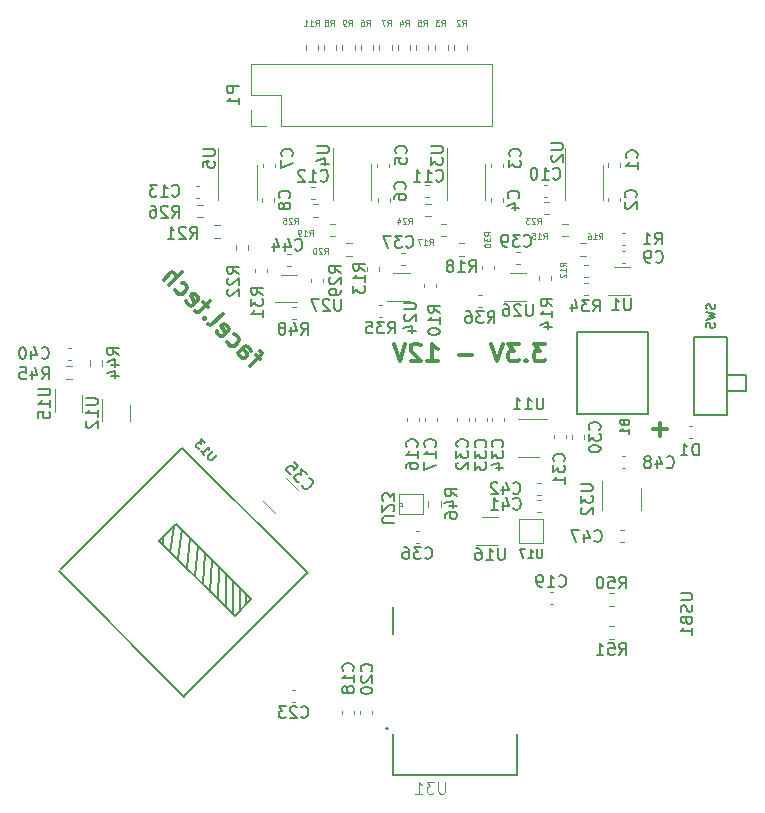
<source format=gbr>
%TF.GenerationSoftware,KiCad,Pcbnew,(5.1.9)-1*%
%TF.CreationDate,2021-05-12T23:31:49+03:00*%
%TF.ProjectId,Ganglion_01,47616e67-6c69-46f6-9e5f-30312e6b6963,01*%
%TF.SameCoordinates,PX4a1f960PY74ffa90*%
%TF.FileFunction,Legend,Bot*%
%TF.FilePolarity,Positive*%
%FSLAX46Y46*%
G04 Gerber Fmt 4.6, Leading zero omitted, Abs format (unit mm)*
G04 Created by KiCad (PCBNEW (5.1.9)-1) date 2021-05-12 23:31:49*
%MOMM*%
%LPD*%
G01*
G04 APERTURE LIST*
%ADD10C,0.300000*%
%ADD11C,0.127000*%
%ADD12C,0.200000*%
%ADD13C,0.120000*%
%ADD14C,0.100000*%
%ADD15C,0.150000*%
%ADD16C,0.015000*%
%ADD17C,0.125000*%
G04 APERTURE END LIST*
D10*
X45142942Y33054029D02*
X44214371Y33054029D01*
X44714371Y32482600D01*
X44500085Y32482600D01*
X44357228Y32411172D01*
X44285800Y32339743D01*
X44214371Y32196886D01*
X44214371Y31839743D01*
X44285800Y31696886D01*
X44357228Y31625458D01*
X44500085Y31554029D01*
X44928657Y31554029D01*
X45071514Y31625458D01*
X45142942Y31696886D01*
X43571514Y31696886D02*
X43500085Y31625458D01*
X43571514Y31554029D01*
X43642942Y31625458D01*
X43571514Y31696886D01*
X43571514Y31554029D01*
X43000085Y33054029D02*
X42071514Y33054029D01*
X42571514Y32482600D01*
X42357228Y32482600D01*
X42214371Y32411172D01*
X42142942Y32339743D01*
X42071514Y32196886D01*
X42071514Y31839743D01*
X42142942Y31696886D01*
X42214371Y31625458D01*
X42357228Y31554029D01*
X42785800Y31554029D01*
X42928657Y31625458D01*
X43000085Y31696886D01*
X41642942Y33054029D02*
X41142942Y31554029D01*
X40642942Y33054029D01*
X39000085Y32125458D02*
X37857228Y32125458D01*
X35214371Y31554029D02*
X36071514Y31554029D01*
X35642942Y31554029D02*
X35642942Y33054029D01*
X35785800Y32839743D01*
X35928657Y32696886D01*
X36071514Y32625458D01*
X34642942Y32911172D02*
X34571514Y32982600D01*
X34428657Y33054029D01*
X34071514Y33054029D01*
X33928657Y32982600D01*
X33857228Y32911172D01*
X33785800Y32768315D01*
X33785800Y32625458D01*
X33857228Y32411172D01*
X34714371Y31554029D01*
X33785800Y31554029D01*
X33357228Y33054029D02*
X32857228Y31554029D01*
X32357228Y33054029D01*
X21070610Y31723959D02*
X20666549Y32128020D01*
X20211980Y31168375D02*
X21121117Y32077512D01*
X21171625Y32229035D01*
X21121117Y32380558D01*
X21020102Y32481573D01*
X19151320Y32229035D02*
X19706904Y32784619D01*
X19858427Y32835127D01*
X20009950Y32784619D01*
X20211980Y32582589D01*
X20262488Y32431066D01*
X19201827Y32279543D02*
X19252335Y32128020D01*
X19504873Y31875482D01*
X19656396Y31824974D01*
X19807919Y31875482D01*
X19908934Y31976497D01*
X19959442Y32128020D01*
X19908934Y32279543D01*
X19656396Y32532081D01*
X19605888Y32683604D01*
X18242183Y33239188D02*
X18292690Y33087665D01*
X18494721Y32885634D01*
X18646244Y32835127D01*
X18747259Y32835127D01*
X18898782Y32885634D01*
X19201827Y33188680D01*
X19252335Y33340203D01*
X19252335Y33441218D01*
X19201827Y33592741D01*
X18999797Y33794772D01*
X18848274Y33845279D01*
X17383553Y34097817D02*
X17434061Y33946295D01*
X17636091Y33744264D01*
X17787614Y33693756D01*
X17939137Y33744264D01*
X18343198Y34148325D01*
X18393705Y34299848D01*
X18343198Y34451371D01*
X18141167Y34653401D01*
X17989644Y34703909D01*
X17838122Y34653401D01*
X17737106Y34552386D01*
X18141167Y33946295D01*
X16676446Y34703909D02*
X16827969Y34653401D01*
X16979492Y34703909D01*
X17888629Y35613046D01*
X16373400Y35208985D02*
X16272385Y35208985D01*
X16272385Y35107970D01*
X16373400Y35107970D01*
X16373400Y35208985D01*
X16272385Y35107970D01*
X16625938Y36168630D02*
X16221877Y36572691D01*
X16827969Y36673706D02*
X15918832Y35764569D01*
X15767309Y35714062D01*
X15615786Y35764569D01*
X15514771Y35865584D01*
X14807664Y36673706D02*
X14858172Y36522184D01*
X15060202Y36320153D01*
X15211725Y36269645D01*
X15363248Y36320153D01*
X15767309Y36724214D01*
X15817816Y36875737D01*
X15767309Y37027260D01*
X15565278Y37229290D01*
X15413755Y37279798D01*
X15262233Y37229290D01*
X15161217Y37128275D01*
X15565278Y36522184D01*
X13848019Y37633351D02*
X13898527Y37481828D01*
X14100557Y37279798D01*
X14252080Y37229290D01*
X14353095Y37229290D01*
X14504618Y37279798D01*
X14807664Y37582844D01*
X14858172Y37734367D01*
X14858172Y37835382D01*
X14807664Y37986905D01*
X14605633Y38188935D01*
X14454111Y38239443D01*
X13342943Y38037412D02*
X14403603Y39098073D01*
X12888374Y38491981D02*
X13443958Y39047565D01*
X13595481Y39098073D01*
X13747004Y39047565D01*
X13898527Y38896042D01*
X13949034Y38744519D01*
X13949034Y38643504D01*
X55473528Y25813558D02*
X54330671Y25813558D01*
X54902100Y25242129D02*
X54902100Y26384986D01*
D11*
%TO.C,U31*%
X32300000Y0D02*
X32300000Y-3500000D01*
X32300000Y-3500000D02*
X42800000Y-3500000D01*
X42800000Y-3500000D02*
X42800000Y0D01*
X32300000Y8450000D02*
X32300000Y10800000D01*
D12*
X31900000Y500000D02*
G75*
G03*
X31900000Y500000I-100000J0D01*
G01*
D13*
%TO.C,U5*%
X20748900Y46685200D02*
X20748900Y45185200D01*
X20748900Y46685200D02*
X20748900Y48185200D01*
X17528900Y46685200D02*
X17528900Y45185200D01*
X17528900Y46685200D02*
X17528900Y49610200D01*
%TO.C,U4*%
X30464400Y46736000D02*
X30464400Y45236000D01*
X30464400Y46736000D02*
X30464400Y48236000D01*
X27244400Y46736000D02*
X27244400Y45236000D01*
X27244400Y46736000D02*
X27244400Y49661000D01*
%TO.C,U3*%
X40091000Y46736000D02*
X40091000Y45236000D01*
X40091000Y46736000D02*
X40091000Y48236000D01*
X36871000Y46736000D02*
X36871000Y45236000D01*
X36871000Y46736000D02*
X36871000Y49661000D01*
%TO.C,U2*%
X50078132Y46712115D02*
X50078132Y45212115D01*
X50078132Y46712115D02*
X50078132Y48212115D01*
X46858132Y46712115D02*
X46858132Y45212115D01*
X46858132Y46712115D02*
X46858132Y49637115D01*
D14*
%TO.C,U23*%
X32850000Y20350000D02*
X32850000Y18600000D01*
X34850000Y20350000D02*
X32850000Y20350000D01*
X34850000Y18600000D02*
X34850000Y20350000D01*
X32850000Y18600000D02*
X34850000Y18600000D01*
X33100000Y19600000D02*
X32850000Y19600000D01*
X33100000Y19350000D02*
X33100000Y19600000D01*
X32850000Y19350000D02*
X33100000Y19350000D01*
D13*
%TO.C,R51*%
X50562742Y9122500D02*
X51037258Y9122500D01*
X50562742Y8077500D02*
X51037258Y8077500D01*
%TO.C,R50*%
X50562742Y11922500D02*
X51037258Y11922500D01*
X50562742Y10877500D02*
X51037258Y10877500D01*
%TO.C,C48*%
X51659420Y23560000D02*
X51940580Y23560000D01*
X51659420Y22540000D02*
X51940580Y22540000D01*
%TO.C,C47*%
X51840580Y16290000D02*
X51559420Y16290000D01*
X51840580Y17310000D02*
X51559420Y17310000D01*
%TO.C,U32*%
X53260000Y20800000D02*
X53260000Y19000000D01*
X50040000Y19000000D02*
X50040000Y21450000D01*
%TO.C,U27*%
X22795000Y38879000D02*
X24195000Y38879000D01*
X24195000Y36559000D02*
X22295000Y36559000D01*
%TO.C,U26*%
X42180552Y39029659D02*
X43580552Y39029659D01*
X43580552Y36709659D02*
X41680552Y36709659D01*
%TO.C,U24*%
X32320000Y39006000D02*
X33720000Y39006000D01*
X33720000Y36686000D02*
X31820000Y36686000D01*
%TO.C,U16*%
X39825700Y18355800D02*
X41225700Y18355800D01*
X41225700Y16035800D02*
X39325700Y16035800D01*
%TO.C,U15*%
X5986000Y28716200D02*
X5986000Y27316200D01*
X3666000Y27316200D02*
X3666000Y29216200D01*
%TO.C,U12*%
X9999200Y27903400D02*
X9999200Y26503400D01*
X7679200Y26503400D02*
X7679200Y28403400D01*
%TO.C,U11*%
X42902300Y26654400D02*
X45352300Y26654400D01*
X44702300Y23434400D02*
X42902300Y23434400D01*
%TO.C,U1*%
X50989000Y39514000D02*
X52389000Y39514000D01*
X52389000Y37194000D02*
X50489000Y37194000D01*
%TO.C,R48*%
X24065580Y35165000D02*
X23784420Y35165000D01*
X24065580Y36185000D02*
X23784420Y36185000D01*
%TO.C,R46*%
X35306422Y19269577D02*
X35306422Y19744093D01*
X36351422Y19269577D02*
X36351422Y19744093D01*
%TO.C,R45*%
X5101358Y30109900D02*
X4626842Y30109900D01*
X5101358Y31154900D02*
X4626842Y31154900D01*
%TO.C,R44*%
X7685300Y31644358D02*
X7685300Y31169842D01*
X6640300Y31644358D02*
X6640300Y31169842D01*
%TO.C,R36*%
X39534420Y37210000D02*
X39815580Y37210000D01*
X39534420Y36190000D02*
X39815580Y36190000D01*
%TO.C,R35*%
X31101420Y36324000D02*
X31382580Y36324000D01*
X31101420Y35304000D02*
X31382580Y35304000D01*
%TO.C,R34*%
X48500420Y38229000D02*
X48781580Y38229000D01*
X48500420Y37209000D02*
X48781580Y37209000D01*
%TO.C,R31*%
X21655500Y39383580D02*
X21655500Y39102420D01*
X20635500Y39383580D02*
X20635500Y39102420D01*
%TO.C,R30*%
X40850551Y39661238D02*
X40850551Y39380078D01*
X39830551Y39661238D02*
X39830551Y39380078D01*
%TO.C,R29*%
X26418000Y38558080D02*
X26418000Y38276920D01*
X25398000Y38558080D02*
X25398000Y38276920D01*
%TO.C,R26*%
X15726642Y44794700D02*
X16201158Y44794700D01*
X15726642Y43749700D02*
X16201158Y43749700D01*
%TO.C,R25*%
X25492942Y44845500D02*
X25967458Y44845500D01*
X25492942Y43800500D02*
X25967458Y43800500D01*
%TO.C,R24*%
X35005242Y44909000D02*
X35479758Y44909000D01*
X35005242Y43864000D02*
X35479758Y43864000D01*
%TO.C,R23*%
X45055874Y45075613D02*
X45530390Y45075613D01*
X45055874Y44030613D02*
X45530390Y44030613D01*
%TO.C,R22*%
X18972000Y40974242D02*
X18972000Y41448758D01*
X20017000Y40974242D02*
X20017000Y41448758D01*
%TO.C,R21*%
X17636258Y42022500D02*
X17161742Y42022500D01*
X17636258Y43067500D02*
X17161742Y43067500D01*
%TO.C,R20*%
X28812258Y40498500D02*
X28337742Y40498500D01*
X28812258Y41543500D02*
X28337742Y41543500D01*
%TO.C,R19*%
X27415258Y42149500D02*
X26940742Y42149500D01*
X27415258Y43194500D02*
X26940742Y43194500D01*
%TO.C,R18*%
X37862742Y41543500D02*
X38337258Y41543500D01*
X37862742Y40498500D02*
X38337258Y40498500D01*
%TO.C,R17*%
X36813258Y42149500D02*
X36338742Y42149500D01*
X36813258Y43194500D02*
X36338742Y43194500D01*
%TO.C,R16*%
X48149742Y41543500D02*
X48624258Y41543500D01*
X48149742Y40498500D02*
X48624258Y40498500D01*
%TO.C,R15*%
X47100258Y42149500D02*
X46625742Y42149500D01*
X47100258Y43194500D02*
X46625742Y43194500D01*
%TO.C,R14*%
X45722000Y38748580D02*
X45722000Y38467420D01*
X44702000Y38748580D02*
X44702000Y38467420D01*
%TO.C,R13*%
X31117000Y39510580D02*
X31117000Y39229420D01*
X30097000Y39510580D02*
X30097000Y39229420D01*
%TO.C,R12*%
X48500420Y39753000D02*
X48781580Y39753000D01*
X48500420Y38733000D02*
X48781580Y38733000D01*
%TO.C,R11*%
X25947900Y58377858D02*
X25947900Y57903342D01*
X24902900Y58377858D02*
X24902900Y57903342D01*
%TO.C,R10*%
X35910000Y38115580D02*
X35910000Y37834420D01*
X34890000Y38115580D02*
X34890000Y37834420D01*
%TO.C,R9*%
X28001700Y57903342D02*
X28001700Y58377858D01*
X29046700Y57903342D02*
X29046700Y58377858D01*
%TO.C,R8*%
X26452300Y57903342D02*
X26452300Y58377858D01*
X27497300Y57903342D02*
X27497300Y58377858D01*
%TO.C,R7*%
X31151300Y57903342D02*
X31151300Y58377858D01*
X32196300Y57903342D02*
X32196300Y58377858D01*
%TO.C,R6*%
X29576500Y57903342D02*
X29576500Y58377858D01*
X30621500Y57903342D02*
X30621500Y58377858D01*
%TO.C,R5*%
X34250100Y57903342D02*
X34250100Y58377858D01*
X35295100Y57903342D02*
X35295100Y58377858D01*
%TO.C,R4*%
X32700700Y57903342D02*
X32700700Y58377858D01*
X33745700Y57903342D02*
X33745700Y58377858D01*
%TO.C,R3*%
X35875700Y57903342D02*
X35875700Y58377858D01*
X36920700Y57903342D02*
X36920700Y58377858D01*
%TO.C,R2*%
X37501300Y57903342D02*
X37501300Y58377858D01*
X38546300Y57903342D02*
X38546300Y58377858D01*
%TO.C,R1*%
X51675420Y42420000D02*
X51956580Y42420000D01*
X51675420Y41400000D02*
X51956580Y41400000D01*
%TO.C,P1*%
X20260000Y52832000D02*
X20260000Y51502000D01*
X20260000Y51502000D02*
X21590000Y51502000D01*
X20260000Y54102000D02*
X22860000Y54102000D01*
X22860000Y54102000D02*
X22860000Y51502000D01*
X22860000Y51502000D02*
X40700000Y51502000D01*
X40700000Y56702000D02*
X40700000Y51502000D01*
X20260000Y56702000D02*
X40700000Y56702000D01*
X20260000Y56702000D02*
X20260000Y54102000D01*
%TO.C,D1*%
X57646180Y25042400D02*
X57365020Y25042400D01*
X57646180Y26062400D02*
X57365020Y26062400D01*
%TO.C,C44*%
X23354420Y40642000D02*
X23635580Y40642000D01*
X23354420Y39622000D02*
X23635580Y39622000D01*
%TO.C,C42*%
X44819180Y20279900D02*
X44538020Y20279900D01*
X44819180Y21299900D02*
X44538020Y21299900D01*
%TO.C,C41*%
X44819180Y18781300D02*
X44538020Y18781300D01*
X44819180Y19801300D02*
X44538020Y19801300D01*
%TO.C,C40*%
X5042780Y31697200D02*
X4761620Y31697200D01*
X5042780Y32717200D02*
X4761620Y32717200D01*
%TO.C,C39*%
X42739972Y40792658D02*
X43021132Y40792658D01*
X42739972Y39772658D02*
X43021132Y39772658D01*
%TO.C,C37*%
X33006420Y40769000D02*
X33287580Y40769000D01*
X33006420Y39749000D02*
X33287580Y39749000D01*
%TO.C,C36*%
X34227838Y17235536D02*
X34508998Y17235536D01*
X34227838Y16215536D02*
X34508998Y16215536D01*
%TO.C,C35*%
X22299666Y18728404D02*
X21293804Y19734266D01*
X24222996Y20651734D02*
X23217134Y21657596D01*
%TO.C,C34*%
X40701500Y26478620D02*
X40701500Y26759780D01*
X41721500Y26478620D02*
X41721500Y26759780D01*
%TO.C,C33*%
X39215600Y26478620D02*
X39215600Y26759780D01*
X40235600Y26478620D02*
X40235600Y26759780D01*
%TO.C,C32*%
X37717000Y26478620D02*
X37717000Y26759780D01*
X38737000Y26478620D02*
X38737000Y26759780D01*
%TO.C,C31*%
X45908500Y25056220D02*
X45908500Y25337380D01*
X46928500Y25056220D02*
X46928500Y25337380D01*
%TO.C,C30*%
X47445200Y25030820D02*
X47445200Y25311980D01*
X48465200Y25030820D02*
X48465200Y25311980D01*
%TO.C,C23*%
X23734420Y3760000D02*
X24015580Y3760000D01*
X23734420Y2740000D02*
X24015580Y2740000D01*
%TO.C,C20*%
X30529600Y1990180D02*
X30529600Y1709020D01*
X29509600Y1990180D02*
X29509600Y1709020D01*
%TO.C,C19*%
X45840580Y10990000D02*
X45559420Y10990000D01*
X45840580Y12010000D02*
X45559420Y12010000D01*
%TO.C,C18*%
X29031000Y1990180D02*
X29031000Y1709020D01*
X28011000Y1990180D02*
X28011000Y1709020D01*
%TO.C,C17*%
X36057300Y26797880D02*
X36057300Y26516720D01*
X35037300Y26797880D02*
X35037300Y26516720D01*
%TO.C,C16*%
X34507900Y26797880D02*
X34507900Y26516720D01*
X33487900Y26797880D02*
X33487900Y26516720D01*
%TO.C,C13*%
X15632820Y46433200D02*
X15913980Y46433200D01*
X15632820Y45413200D02*
X15913980Y45413200D01*
%TO.C,C12*%
X25386420Y46357000D02*
X25667580Y46357000D01*
X25386420Y45337000D02*
X25667580Y45337000D01*
%TO.C,C11*%
X35038420Y46484000D02*
X35319580Y46484000D01*
X35038420Y45464000D02*
X35319580Y45464000D01*
%TO.C,C10*%
X45352580Y45464000D02*
X45071420Y45464000D01*
X45352580Y46484000D02*
X45071420Y46484000D01*
%TO.C,C9*%
X51675420Y40896000D02*
X51956580Y40896000D01*
X51675420Y39876000D02*
X51956580Y39876000D01*
%TO.C,C8*%
X21232400Y45084120D02*
X21232400Y45365280D01*
X22252400Y45084120D02*
X22252400Y45365280D01*
%TO.C,C7*%
X22277800Y48298980D02*
X22277800Y48017820D01*
X21257800Y48298980D02*
X21257800Y48017820D01*
%TO.C,C6*%
X31011400Y45071420D02*
X31011400Y45352580D01*
X32031400Y45071420D02*
X32031400Y45352580D01*
%TO.C,C5*%
X31980600Y48298980D02*
X31980600Y48017820D01*
X30960600Y48298980D02*
X30960600Y48017820D01*
%TO.C,C4*%
X40612600Y45071420D02*
X40612600Y45352580D01*
X41632600Y45071420D02*
X41632600Y45352580D01*
%TO.C,C3*%
X41607200Y48273580D02*
X41607200Y47992420D01*
X40587200Y48273580D02*
X40587200Y47992420D01*
%TO.C,C2*%
X50544000Y45134920D02*
X50544000Y45416080D01*
X51564000Y45134920D02*
X51564000Y45416080D01*
%TO.C,C1*%
X51564000Y48337080D02*
X51564000Y48055920D01*
X50544000Y48337080D02*
X50544000Y48055920D01*
D15*
%TO.C,U13*%
X4034519Y13781837D02*
X14641121Y3175235D01*
X25073774Y13607889D02*
X14467172Y24214491D01*
X14416261Y24254089D02*
X4178769Y14016597D01*
X25012963Y13657386D02*
X14595866Y3240289D01*
X18896489Y10015786D02*
X20310703Y11430000D01*
X12532528Y16379747D02*
X18896489Y10015786D01*
X13946742Y17793961D02*
X12532528Y16379747D01*
X20310703Y11430000D02*
X13946742Y17793961D01*
X19886439Y11005736D02*
X19851083Y11889619D01*
X19320753Y10440051D02*
X19320753Y12419949D01*
X18755068Y10157208D02*
X18755068Y12914924D01*
X18154027Y10758249D02*
X18189382Y13480610D01*
X17482276Y11430000D02*
X17588342Y14152361D01*
X16845880Y12066396D02*
X16951946Y14718047D01*
X16209483Y12702792D02*
X16350905Y15319087D01*
X15537732Y13374544D02*
X15820575Y15920128D01*
X14830625Y14081650D02*
X15113468Y16627235D01*
X14123518Y14859468D02*
X14406361Y17334342D01*
X13451767Y15460509D02*
X13769965Y17546474D01*
X12815371Y16096905D02*
X12815371Y16591880D01*
D14*
%TO.C,U17*%
X42990300Y18209200D02*
X42990300Y16209200D01*
X44990300Y18209200D02*
X42990300Y18209200D01*
X44990300Y16209200D02*
X44990300Y18209200D01*
X42990300Y16209200D02*
X44990300Y16209200D01*
D15*
%TO.C,B1*%
X53911000Y27067000D02*
X53911000Y34067000D01*
X47911000Y27067000D02*
X53911000Y27067000D01*
X47911000Y34067000D02*
X47911000Y27067000D01*
X53911000Y34067000D02*
X47911000Y34067000D01*
%TO.C,SW5*%
X60604000Y30413600D02*
X62204000Y30413600D01*
X62204000Y30413600D02*
X62204000Y29013600D01*
X62204000Y29013600D02*
X60604000Y29013600D01*
X60604000Y31813600D02*
X60604000Y33613600D01*
X60604000Y33613600D02*
X57804000Y33613600D01*
X57804000Y33613600D02*
X57804000Y27013600D01*
X57804000Y27013600D02*
X60604000Y27013600D01*
X60604000Y27013600D02*
X60604000Y31813600D01*
%TO.C,U31*%
D16*
X36713095Y-4027380D02*
X36713095Y-4836904D01*
X36665476Y-4932142D01*
X36617857Y-4979761D01*
X36522619Y-5027380D01*
X36332142Y-5027380D01*
X36236904Y-4979761D01*
X36189285Y-4932142D01*
X36141666Y-4836904D01*
X36141666Y-4027380D01*
X35760714Y-4027380D02*
X35141666Y-4027380D01*
X35475000Y-4408333D01*
X35332142Y-4408333D01*
X35236904Y-4455952D01*
X35189285Y-4503571D01*
X35141666Y-4598809D01*
X35141666Y-4836904D01*
X35189285Y-4932142D01*
X35236904Y-4979761D01*
X35332142Y-5027380D01*
X35617857Y-5027380D01*
X35713095Y-4979761D01*
X35760714Y-4932142D01*
X34189285Y-5027380D02*
X34760714Y-5027380D01*
X34475000Y-5027380D02*
X34475000Y-4027380D01*
X34570238Y-4170238D01*
X34665476Y-4265476D01*
X34760714Y-4313095D01*
%TO.C,U5*%
D15*
X16216380Y49529905D02*
X17025904Y49529905D01*
X17121142Y49482286D01*
X17168761Y49434667D01*
X17216380Y49339429D01*
X17216380Y49148953D01*
X17168761Y49053715D01*
X17121142Y49006096D01*
X17025904Y48958477D01*
X16216380Y48958477D01*
X16216380Y48006096D02*
X16216380Y48482286D01*
X16692571Y48529905D01*
X16644952Y48482286D01*
X16597333Y48387048D01*
X16597333Y48148953D01*
X16644952Y48053715D01*
X16692571Y48006096D01*
X16787809Y47958477D01*
X17025904Y47958477D01*
X17121142Y48006096D01*
X17168761Y48053715D01*
X17216380Y48148953D01*
X17216380Y48387048D01*
X17168761Y48482286D01*
X17121142Y48529905D01*
%TO.C,U4*%
X25868380Y49783905D02*
X26677904Y49783905D01*
X26773142Y49736286D01*
X26820761Y49688667D01*
X26868380Y49593429D01*
X26868380Y49402953D01*
X26820761Y49307715D01*
X26773142Y49260096D01*
X26677904Y49212477D01*
X25868380Y49212477D01*
X26201714Y48307715D02*
X26868380Y48307715D01*
X25820761Y48545810D02*
X26535047Y48783905D01*
X26535047Y48164858D01*
%TO.C,U3*%
X35520380Y49783905D02*
X36329904Y49783905D01*
X36425142Y49736286D01*
X36472761Y49688667D01*
X36520380Y49593429D01*
X36520380Y49402953D01*
X36472761Y49307715D01*
X36425142Y49260096D01*
X36329904Y49212477D01*
X35520380Y49212477D01*
X35520380Y48831524D02*
X35520380Y48212477D01*
X35901333Y48545810D01*
X35901333Y48402953D01*
X35948952Y48307715D01*
X35996571Y48260096D01*
X36091809Y48212477D01*
X36329904Y48212477D01*
X36425142Y48260096D01*
X36472761Y48307715D01*
X36520380Y48402953D01*
X36520380Y48688667D01*
X36472761Y48783905D01*
X36425142Y48831524D01*
%TO.C,U2*%
X45680380Y50037905D02*
X46489904Y50037905D01*
X46585142Y49990286D01*
X46632761Y49942667D01*
X46680380Y49847429D01*
X46680380Y49656953D01*
X46632761Y49561715D01*
X46585142Y49514096D01*
X46489904Y49466477D01*
X45680380Y49466477D01*
X45775619Y49037905D02*
X45728000Y48990286D01*
X45680380Y48895048D01*
X45680380Y48656953D01*
X45728000Y48561715D01*
X45775619Y48514096D01*
X45870857Y48466477D01*
X45966095Y48466477D01*
X46108952Y48514096D01*
X46680380Y49085524D01*
X46680380Y48466477D01*
%TO.C,USB1*%
X56652380Y11938096D02*
X57461904Y11938096D01*
X57557142Y11890477D01*
X57604761Y11842858D01*
X57652380Y11747620D01*
X57652380Y11557143D01*
X57604761Y11461905D01*
X57557142Y11414286D01*
X57461904Y11366667D01*
X56652380Y11366667D01*
X57604761Y10938096D02*
X57652380Y10795239D01*
X57652380Y10557143D01*
X57604761Y10461905D01*
X57557142Y10414286D01*
X57461904Y10366667D01*
X57366666Y10366667D01*
X57271428Y10414286D01*
X57223809Y10461905D01*
X57176190Y10557143D01*
X57128571Y10747620D01*
X57080952Y10842858D01*
X57033333Y10890477D01*
X56938095Y10938096D01*
X56842857Y10938096D01*
X56747619Y10890477D01*
X56700000Y10842858D01*
X56652380Y10747620D01*
X56652380Y10509524D01*
X56700000Y10366667D01*
X57128571Y9604762D02*
X57176190Y9461905D01*
X57223809Y9414286D01*
X57319047Y9366667D01*
X57461904Y9366667D01*
X57557142Y9414286D01*
X57604761Y9461905D01*
X57652380Y9557143D01*
X57652380Y9938096D01*
X56652380Y9938096D01*
X56652380Y9604762D01*
X56700000Y9509524D01*
X56747619Y9461905D01*
X56842857Y9414286D01*
X56938095Y9414286D01*
X57033333Y9461905D01*
X57080952Y9509524D01*
X57128571Y9604762D01*
X57128571Y9938096D01*
X57652380Y8414286D02*
X57652380Y8985715D01*
X57652380Y8700000D02*
X56652380Y8700000D01*
X56795238Y8795239D01*
X56890476Y8890477D01*
X56938095Y8985715D01*
%TO.C,U23*%
X32397619Y17861905D02*
X31588095Y17861905D01*
X31492857Y17909524D01*
X31445238Y17957143D01*
X31397619Y18052381D01*
X31397619Y18242858D01*
X31445238Y18338096D01*
X31492857Y18385715D01*
X31588095Y18433334D01*
X32397619Y18433334D01*
X32302380Y18861905D02*
X32350000Y18909524D01*
X32397619Y19004762D01*
X32397619Y19242858D01*
X32350000Y19338096D01*
X32302380Y19385715D01*
X32207142Y19433334D01*
X32111904Y19433334D01*
X31969047Y19385715D01*
X31397619Y18814286D01*
X31397619Y19433334D01*
X32397619Y19766667D02*
X32397619Y20385715D01*
X32016666Y20052381D01*
X32016666Y20195239D01*
X31969047Y20290477D01*
X31921428Y20338096D01*
X31826190Y20385715D01*
X31588095Y20385715D01*
X31492857Y20338096D01*
X31445238Y20290477D01*
X31397619Y20195239D01*
X31397619Y19909524D01*
X31445238Y19814286D01*
X31492857Y19766667D01*
%TO.C,R51*%
X51442857Y6717620D02*
X51776190Y7193810D01*
X52014285Y6717620D02*
X52014285Y7717620D01*
X51633333Y7717620D01*
X51538095Y7670000D01*
X51490476Y7622381D01*
X51442857Y7527143D01*
X51442857Y7384286D01*
X51490476Y7289048D01*
X51538095Y7241429D01*
X51633333Y7193810D01*
X52014285Y7193810D01*
X50538095Y7717620D02*
X51014285Y7717620D01*
X51061904Y7241429D01*
X51014285Y7289048D01*
X50919047Y7336667D01*
X50680952Y7336667D01*
X50585714Y7289048D01*
X50538095Y7241429D01*
X50490476Y7146191D01*
X50490476Y6908096D01*
X50538095Y6812858D01*
X50585714Y6765239D01*
X50680952Y6717620D01*
X50919047Y6717620D01*
X51014285Y6765239D01*
X51061904Y6812858D01*
X49538095Y6717620D02*
X50109523Y6717620D01*
X49823809Y6717620D02*
X49823809Y7717620D01*
X49919047Y7574762D01*
X50014285Y7479524D01*
X50109523Y7431905D01*
%TO.C,R50*%
X51442857Y12347620D02*
X51776190Y12823810D01*
X52014285Y12347620D02*
X52014285Y13347620D01*
X51633333Y13347620D01*
X51538095Y13300000D01*
X51490476Y13252381D01*
X51442857Y13157143D01*
X51442857Y13014286D01*
X51490476Y12919048D01*
X51538095Y12871429D01*
X51633333Y12823810D01*
X52014285Y12823810D01*
X50538095Y13347620D02*
X51014285Y13347620D01*
X51061904Y12871429D01*
X51014285Y12919048D01*
X50919047Y12966667D01*
X50680952Y12966667D01*
X50585714Y12919048D01*
X50538095Y12871429D01*
X50490476Y12776191D01*
X50490476Y12538096D01*
X50538095Y12442858D01*
X50585714Y12395239D01*
X50680952Y12347620D01*
X50919047Y12347620D01*
X51014285Y12395239D01*
X51061904Y12442858D01*
X49871428Y13347620D02*
X49776190Y13347620D01*
X49680952Y13300000D01*
X49633333Y13252381D01*
X49585714Y13157143D01*
X49538095Y12966667D01*
X49538095Y12728572D01*
X49585714Y12538096D01*
X49633333Y12442858D01*
X49680952Y12395239D01*
X49776190Y12347620D01*
X49871428Y12347620D01*
X49966666Y12395239D01*
X50014285Y12442858D01*
X50061904Y12538096D01*
X50109523Y12728572D01*
X50109523Y12966667D01*
X50061904Y13157143D01*
X50014285Y13252381D01*
X49966666Y13300000D01*
X49871428Y13347620D01*
%TO.C,C48*%
X55472857Y22622858D02*
X55520476Y22575239D01*
X55663333Y22527620D01*
X55758571Y22527620D01*
X55901428Y22575239D01*
X55996666Y22670477D01*
X56044285Y22765715D01*
X56091904Y22956191D01*
X56091904Y23099048D01*
X56044285Y23289524D01*
X55996666Y23384762D01*
X55901428Y23480000D01*
X55758571Y23527620D01*
X55663333Y23527620D01*
X55520476Y23480000D01*
X55472857Y23432381D01*
X54615714Y23194286D02*
X54615714Y22527620D01*
X54853809Y23575239D02*
X55091904Y22860953D01*
X54472857Y22860953D01*
X53949047Y23099048D02*
X54044285Y23146667D01*
X54091904Y23194286D01*
X54139523Y23289524D01*
X54139523Y23337143D01*
X54091904Y23432381D01*
X54044285Y23480000D01*
X53949047Y23527620D01*
X53758571Y23527620D01*
X53663333Y23480000D01*
X53615714Y23432381D01*
X53568095Y23337143D01*
X53568095Y23289524D01*
X53615714Y23194286D01*
X53663333Y23146667D01*
X53758571Y23099048D01*
X53949047Y23099048D01*
X54044285Y23051429D01*
X54091904Y23003810D01*
X54139523Y22908572D01*
X54139523Y22718096D01*
X54091904Y22622858D01*
X54044285Y22575239D01*
X53949047Y22527620D01*
X53758571Y22527620D01*
X53663333Y22575239D01*
X53615714Y22622858D01*
X53568095Y22718096D01*
X53568095Y22908572D01*
X53615714Y23003810D01*
X53663333Y23051429D01*
X53758571Y23099048D01*
%TO.C,C47*%
X49362857Y16372858D02*
X49410476Y16325239D01*
X49553333Y16277620D01*
X49648571Y16277620D01*
X49791428Y16325239D01*
X49886666Y16420477D01*
X49934285Y16515715D01*
X49981904Y16706191D01*
X49981904Y16849048D01*
X49934285Y17039524D01*
X49886666Y17134762D01*
X49791428Y17230000D01*
X49648571Y17277620D01*
X49553333Y17277620D01*
X49410476Y17230000D01*
X49362857Y17182381D01*
X48505714Y16944286D02*
X48505714Y16277620D01*
X48743809Y17325239D02*
X48981904Y16610953D01*
X48362857Y16610953D01*
X48077142Y17277620D02*
X47410476Y17277620D01*
X47839047Y16277620D01*
%TO.C,U32*%
X48202380Y21138096D02*
X49011904Y21138096D01*
X49107142Y21090477D01*
X49154761Y21042858D01*
X49202380Y20947620D01*
X49202380Y20757143D01*
X49154761Y20661905D01*
X49107142Y20614286D01*
X49011904Y20566667D01*
X48202380Y20566667D01*
X48202380Y20185715D02*
X48202380Y19566667D01*
X48583333Y19900000D01*
X48583333Y19757143D01*
X48630952Y19661905D01*
X48678571Y19614286D01*
X48773809Y19566667D01*
X49011904Y19566667D01*
X49107142Y19614286D01*
X49154761Y19661905D01*
X49202380Y19757143D01*
X49202380Y20042858D01*
X49154761Y20138096D01*
X49107142Y20185715D01*
X48297619Y19185715D02*
X48250000Y19138096D01*
X48202380Y19042858D01*
X48202380Y18804762D01*
X48250000Y18709524D01*
X48297619Y18661905D01*
X48392857Y18614286D01*
X48488095Y18614286D01*
X48630952Y18661905D01*
X49202380Y19233334D01*
X49202380Y18614286D01*
%TO.C,U27*%
X27908095Y36869620D02*
X27908095Y36060096D01*
X27860476Y35964858D01*
X27812857Y35917239D01*
X27717619Y35869620D01*
X27527142Y35869620D01*
X27431904Y35917239D01*
X27384285Y35964858D01*
X27336666Y36060096D01*
X27336666Y36869620D01*
X26908095Y36774381D02*
X26860476Y36822000D01*
X26765238Y36869620D01*
X26527142Y36869620D01*
X26431904Y36822000D01*
X26384285Y36774381D01*
X26336666Y36679143D01*
X26336666Y36583905D01*
X26384285Y36441048D01*
X26955714Y35869620D01*
X26336666Y35869620D01*
X26003333Y36869620D02*
X25336666Y36869620D01*
X25765238Y35869620D01*
%TO.C,U26*%
X44118647Y36417279D02*
X44118647Y35607755D01*
X44071028Y35512517D01*
X44023409Y35464898D01*
X43928171Y35417279D01*
X43737694Y35417279D01*
X43642456Y35464898D01*
X43594837Y35512517D01*
X43547218Y35607755D01*
X43547218Y36417279D01*
X43118647Y36322040D02*
X43071028Y36369659D01*
X42975790Y36417279D01*
X42737694Y36417279D01*
X42642456Y36369659D01*
X42594837Y36322040D01*
X42547218Y36226802D01*
X42547218Y36131564D01*
X42594837Y35988707D01*
X43166266Y35417279D01*
X42547218Y35417279D01*
X41690075Y36417279D02*
X41880552Y36417279D01*
X41975790Y36369659D01*
X42023409Y36322040D01*
X42118647Y36179183D01*
X42166266Y35988707D01*
X42166266Y35607755D01*
X42118647Y35512517D01*
X42071028Y35464898D01*
X41975790Y35417279D01*
X41785313Y35417279D01*
X41690075Y35464898D01*
X41642456Y35512517D01*
X41594837Y35607755D01*
X41594837Y35845850D01*
X41642456Y35941088D01*
X41690075Y35988707D01*
X41785313Y36036326D01*
X41975790Y36036326D01*
X42071028Y35988707D01*
X42118647Y35941088D01*
X42166266Y35845850D01*
%TO.C,U24*%
X33234380Y36544096D02*
X34043904Y36544096D01*
X34139142Y36496477D01*
X34186761Y36448858D01*
X34234380Y36353620D01*
X34234380Y36163143D01*
X34186761Y36067905D01*
X34139142Y36020286D01*
X34043904Y35972667D01*
X33234380Y35972667D01*
X33329619Y35544096D02*
X33282000Y35496477D01*
X33234380Y35401239D01*
X33234380Y35163143D01*
X33282000Y35067905D01*
X33329619Y35020286D01*
X33424857Y34972667D01*
X33520095Y34972667D01*
X33662952Y35020286D01*
X34234380Y35591715D01*
X34234380Y34972667D01*
X33567714Y34115524D02*
X34234380Y34115524D01*
X33186761Y34353620D02*
X33901047Y34591715D01*
X33901047Y33972667D01*
%TO.C,U16*%
X41763795Y15743420D02*
X41763795Y14933896D01*
X41716176Y14838658D01*
X41668557Y14791039D01*
X41573319Y14743420D01*
X41382842Y14743420D01*
X41287604Y14791039D01*
X41239985Y14838658D01*
X41192366Y14933896D01*
X41192366Y15743420D01*
X40192366Y14743420D02*
X40763795Y14743420D01*
X40478080Y14743420D02*
X40478080Y15743420D01*
X40573319Y15600562D01*
X40668557Y15505324D01*
X40763795Y15457705D01*
X39335223Y15743420D02*
X39525700Y15743420D01*
X39620938Y15695800D01*
X39668557Y15648181D01*
X39763795Y15505324D01*
X39811414Y15314848D01*
X39811414Y14933896D01*
X39763795Y14838658D01*
X39716176Y14791039D01*
X39620938Y14743420D01*
X39430461Y14743420D01*
X39335223Y14791039D01*
X39287604Y14838658D01*
X39239985Y14933896D01*
X39239985Y15171991D01*
X39287604Y15267229D01*
X39335223Y15314848D01*
X39430461Y15362467D01*
X39620938Y15362467D01*
X39716176Y15314848D01*
X39763795Y15267229D01*
X39811414Y15171991D01*
%TO.C,U15*%
X2278380Y29254296D02*
X3087904Y29254296D01*
X3183142Y29206677D01*
X3230761Y29159058D01*
X3278380Y29063820D01*
X3278380Y28873343D01*
X3230761Y28778105D01*
X3183142Y28730486D01*
X3087904Y28682867D01*
X2278380Y28682867D01*
X3278380Y27682867D02*
X3278380Y28254296D01*
X3278380Y27968581D02*
X2278380Y27968581D01*
X2421238Y28063820D01*
X2516476Y28159058D01*
X2564095Y28254296D01*
X2278380Y26778105D02*
X2278380Y27254296D01*
X2754571Y27301915D01*
X2706952Y27254296D01*
X2659333Y27159058D01*
X2659333Y26920962D01*
X2706952Y26825724D01*
X2754571Y26778105D01*
X2849809Y26730486D01*
X3087904Y26730486D01*
X3183142Y26778105D01*
X3230761Y26825724D01*
X3278380Y26920962D01*
X3278380Y27159058D01*
X3230761Y27254296D01*
X3183142Y27301915D01*
%TO.C,U12*%
X6291580Y28441496D02*
X7101104Y28441496D01*
X7196342Y28393877D01*
X7243961Y28346258D01*
X7291580Y28251020D01*
X7291580Y28060543D01*
X7243961Y27965305D01*
X7196342Y27917686D01*
X7101104Y27870067D01*
X6291580Y27870067D01*
X7291580Y26870067D02*
X7291580Y27441496D01*
X7291580Y27155781D02*
X6291580Y27155781D01*
X6434438Y27251020D01*
X6529676Y27346258D01*
X6577295Y27441496D01*
X6386819Y26489115D02*
X6339200Y26441496D01*
X6291580Y26346258D01*
X6291580Y26108162D01*
X6339200Y26012924D01*
X6386819Y25965305D01*
X6482057Y25917686D01*
X6577295Y25917686D01*
X6720152Y25965305D01*
X7291580Y26536734D01*
X7291580Y25917686D01*
%TO.C,U11*%
X45040395Y28492020D02*
X45040395Y27682496D01*
X44992776Y27587258D01*
X44945157Y27539639D01*
X44849919Y27492020D01*
X44659442Y27492020D01*
X44564204Y27539639D01*
X44516585Y27587258D01*
X44468966Y27682496D01*
X44468966Y28492020D01*
X43468966Y27492020D02*
X44040395Y27492020D01*
X43754680Y27492020D02*
X43754680Y28492020D01*
X43849919Y28349162D01*
X43945157Y28253924D01*
X44040395Y28206305D01*
X42516585Y27492020D02*
X43088014Y27492020D01*
X42802300Y27492020D02*
X42802300Y28492020D01*
X42897538Y28349162D01*
X42992776Y28253924D01*
X43088014Y28206305D01*
%TO.C,U1*%
X52450904Y36901620D02*
X52450904Y36092096D01*
X52403285Y35996858D01*
X52355666Y35949239D01*
X52260428Y35901620D01*
X52069952Y35901620D01*
X51974714Y35949239D01*
X51927095Y35996858D01*
X51879476Y36092096D01*
X51879476Y36901620D01*
X50879476Y35901620D02*
X51450904Y35901620D01*
X51165190Y35901620D02*
X51165190Y36901620D01*
X51260428Y36758762D01*
X51355666Y36663524D01*
X51450904Y36615905D01*
%TO.C,R48*%
X24518857Y33837620D02*
X24852190Y34313810D01*
X25090285Y33837620D02*
X25090285Y34837620D01*
X24709333Y34837620D01*
X24614095Y34790000D01*
X24566476Y34742381D01*
X24518857Y34647143D01*
X24518857Y34504286D01*
X24566476Y34409048D01*
X24614095Y34361429D01*
X24709333Y34313810D01*
X25090285Y34313810D01*
X23661714Y34504286D02*
X23661714Y33837620D01*
X23899809Y34885239D02*
X24137904Y34170953D01*
X23518857Y34170953D01*
X22995047Y34409048D02*
X23090285Y34456667D01*
X23137904Y34504286D01*
X23185523Y34599524D01*
X23185523Y34647143D01*
X23137904Y34742381D01*
X23090285Y34790000D01*
X22995047Y34837620D01*
X22804571Y34837620D01*
X22709333Y34790000D01*
X22661714Y34742381D01*
X22614095Y34647143D01*
X22614095Y34599524D01*
X22661714Y34504286D01*
X22709333Y34456667D01*
X22804571Y34409048D01*
X22995047Y34409048D01*
X23090285Y34361429D01*
X23137904Y34313810D01*
X23185523Y34218572D01*
X23185523Y34028096D01*
X23137904Y33932858D01*
X23090285Y33885239D01*
X22995047Y33837620D01*
X22804571Y33837620D01*
X22709333Y33885239D01*
X22661714Y33932858D01*
X22614095Y34028096D01*
X22614095Y34218572D01*
X22661714Y34313810D01*
X22709333Y34361429D01*
X22804571Y34409048D01*
%TO.C,R46*%
X37711302Y20149693D02*
X37235112Y20483026D01*
X37711302Y20721121D02*
X36711302Y20721121D01*
X36711302Y20340169D01*
X36758922Y20244931D01*
X36806541Y20197312D01*
X36901779Y20149693D01*
X37044636Y20149693D01*
X37139874Y20197312D01*
X37187493Y20244931D01*
X37235112Y20340169D01*
X37235112Y20721121D01*
X37044636Y19292550D02*
X37711302Y19292550D01*
X36663683Y19530645D02*
X37377969Y19768740D01*
X37377969Y19149693D01*
X36711302Y18340169D02*
X36711302Y18530645D01*
X36758922Y18625883D01*
X36806541Y18673502D01*
X36949398Y18768740D01*
X37139874Y18816359D01*
X37520826Y18816359D01*
X37616064Y18768740D01*
X37663683Y18721121D01*
X37711302Y18625883D01*
X37711302Y18435407D01*
X37663683Y18340169D01*
X37616064Y18292550D01*
X37520826Y18244931D01*
X37282731Y18244931D01*
X37187493Y18292550D01*
X37139874Y18340169D01*
X37092255Y18435407D01*
X37092255Y18625883D01*
X37139874Y18721121D01*
X37187493Y18768740D01*
X37282731Y18816359D01*
%TO.C,R45*%
X2582857Y30057620D02*
X2916190Y30533810D01*
X3154285Y30057620D02*
X3154285Y31057620D01*
X2773333Y31057620D01*
X2678095Y31010000D01*
X2630476Y30962381D01*
X2582857Y30867143D01*
X2582857Y30724286D01*
X2630476Y30629048D01*
X2678095Y30581429D01*
X2773333Y30533810D01*
X3154285Y30533810D01*
X1725714Y30724286D02*
X1725714Y30057620D01*
X1963809Y31105239D02*
X2201904Y30390953D01*
X1582857Y30390953D01*
X725714Y31057620D02*
X1201904Y31057620D01*
X1249523Y30581429D01*
X1201904Y30629048D01*
X1106666Y30676667D01*
X868571Y30676667D01*
X773333Y30629048D01*
X725714Y30581429D01*
X678095Y30486191D01*
X678095Y30248096D01*
X725714Y30152858D01*
X773333Y30105239D01*
X868571Y30057620D01*
X1106666Y30057620D01*
X1201904Y30105239D01*
X1249523Y30152858D01*
%TO.C,R44*%
X9102380Y32122858D02*
X8626190Y32456191D01*
X9102380Y32694286D02*
X8102380Y32694286D01*
X8102380Y32313334D01*
X8150000Y32218096D01*
X8197619Y32170477D01*
X8292857Y32122858D01*
X8435714Y32122858D01*
X8530952Y32170477D01*
X8578571Y32218096D01*
X8626190Y32313334D01*
X8626190Y32694286D01*
X8435714Y31265715D02*
X9102380Y31265715D01*
X8054761Y31503810D02*
X8769047Y31741905D01*
X8769047Y31122858D01*
X8435714Y30313334D02*
X9102380Y30313334D01*
X8054761Y30551429D02*
X8769047Y30789524D01*
X8769047Y30170477D01*
%TO.C,R36*%
X40317857Y34817620D02*
X40651190Y35293810D01*
X40889285Y34817620D02*
X40889285Y35817620D01*
X40508333Y35817620D01*
X40413095Y35770000D01*
X40365476Y35722381D01*
X40317857Y35627143D01*
X40317857Y35484286D01*
X40365476Y35389048D01*
X40413095Y35341429D01*
X40508333Y35293810D01*
X40889285Y35293810D01*
X39984523Y35817620D02*
X39365476Y35817620D01*
X39698809Y35436667D01*
X39555952Y35436667D01*
X39460714Y35389048D01*
X39413095Y35341429D01*
X39365476Y35246191D01*
X39365476Y35008096D01*
X39413095Y34912858D01*
X39460714Y34865239D01*
X39555952Y34817620D01*
X39841666Y34817620D01*
X39936904Y34865239D01*
X39984523Y34912858D01*
X38508333Y35817620D02*
X38698809Y35817620D01*
X38794047Y35770000D01*
X38841666Y35722381D01*
X38936904Y35579524D01*
X38984523Y35389048D01*
X38984523Y35008096D01*
X38936904Y34912858D01*
X38889285Y34865239D01*
X38794047Y34817620D01*
X38603571Y34817620D01*
X38508333Y34865239D01*
X38460714Y34912858D01*
X38413095Y35008096D01*
X38413095Y35246191D01*
X38460714Y35341429D01*
X38508333Y35389048D01*
X38603571Y35436667D01*
X38794047Y35436667D01*
X38889285Y35389048D01*
X38936904Y35341429D01*
X38984523Y35246191D01*
%TO.C,R35*%
X31884857Y33931620D02*
X32218190Y34407810D01*
X32456285Y33931620D02*
X32456285Y34931620D01*
X32075333Y34931620D01*
X31980095Y34884000D01*
X31932476Y34836381D01*
X31884857Y34741143D01*
X31884857Y34598286D01*
X31932476Y34503048D01*
X31980095Y34455429D01*
X32075333Y34407810D01*
X32456285Y34407810D01*
X31551523Y34931620D02*
X30932476Y34931620D01*
X31265809Y34550667D01*
X31122952Y34550667D01*
X31027714Y34503048D01*
X30980095Y34455429D01*
X30932476Y34360191D01*
X30932476Y34122096D01*
X30980095Y34026858D01*
X31027714Y33979239D01*
X31122952Y33931620D01*
X31408666Y33931620D01*
X31503904Y33979239D01*
X31551523Y34026858D01*
X30027714Y34931620D02*
X30503904Y34931620D01*
X30551523Y34455429D01*
X30503904Y34503048D01*
X30408666Y34550667D01*
X30170571Y34550667D01*
X30075333Y34503048D01*
X30027714Y34455429D01*
X29980095Y34360191D01*
X29980095Y34122096D01*
X30027714Y34026858D01*
X30075333Y33979239D01*
X30170571Y33931620D01*
X30408666Y33931620D01*
X30503904Y33979239D01*
X30551523Y34026858D01*
%TO.C,R34*%
X49252857Y35787620D02*
X49586190Y36263810D01*
X49824285Y35787620D02*
X49824285Y36787620D01*
X49443333Y36787620D01*
X49348095Y36740000D01*
X49300476Y36692381D01*
X49252857Y36597143D01*
X49252857Y36454286D01*
X49300476Y36359048D01*
X49348095Y36311429D01*
X49443333Y36263810D01*
X49824285Y36263810D01*
X48919523Y36787620D02*
X48300476Y36787620D01*
X48633809Y36406667D01*
X48490952Y36406667D01*
X48395714Y36359048D01*
X48348095Y36311429D01*
X48300476Y36216191D01*
X48300476Y35978096D01*
X48348095Y35882858D01*
X48395714Y35835239D01*
X48490952Y35787620D01*
X48776666Y35787620D01*
X48871904Y35835239D01*
X48919523Y35882858D01*
X47443333Y36454286D02*
X47443333Y35787620D01*
X47681428Y36835239D02*
X47919523Y36120953D01*
X47300476Y36120953D01*
%TO.C,R31*%
X21280380Y37218858D02*
X20804190Y37552191D01*
X21280380Y37790286D02*
X20280380Y37790286D01*
X20280380Y37409334D01*
X20328000Y37314096D01*
X20375619Y37266477D01*
X20470857Y37218858D01*
X20613714Y37218858D01*
X20708952Y37266477D01*
X20756571Y37314096D01*
X20804190Y37409334D01*
X20804190Y37790286D01*
X20280380Y36885524D02*
X20280380Y36266477D01*
X20661333Y36599810D01*
X20661333Y36456953D01*
X20708952Y36361715D01*
X20756571Y36314096D01*
X20851809Y36266477D01*
X21089904Y36266477D01*
X21185142Y36314096D01*
X21232761Y36361715D01*
X21280380Y36456953D01*
X21280380Y36742667D01*
X21232761Y36837905D01*
X21185142Y36885524D01*
X21280380Y35314096D02*
X21280380Y35885524D01*
X21280380Y35599810D02*
X20280380Y35599810D01*
X20423238Y35695048D01*
X20518476Y35790286D01*
X20566095Y35885524D01*
%TO.C,R30*%
D17*
X40546190Y42191429D02*
X40308095Y42358096D01*
X40546190Y42477143D02*
X40046190Y42477143D01*
X40046190Y42286667D01*
X40070000Y42239048D01*
X40093809Y42215239D01*
X40141428Y42191429D01*
X40212857Y42191429D01*
X40260476Y42215239D01*
X40284285Y42239048D01*
X40308095Y42286667D01*
X40308095Y42477143D01*
X40046190Y42024762D02*
X40046190Y41715239D01*
X40236666Y41881905D01*
X40236666Y41810477D01*
X40260476Y41762858D01*
X40284285Y41739048D01*
X40331904Y41715239D01*
X40450952Y41715239D01*
X40498571Y41739048D01*
X40522380Y41762858D01*
X40546190Y41810477D01*
X40546190Y41953334D01*
X40522380Y42000953D01*
X40498571Y42024762D01*
X40046190Y41405715D02*
X40046190Y41358096D01*
X40070000Y41310477D01*
X40093809Y41286667D01*
X40141428Y41262858D01*
X40236666Y41239048D01*
X40355714Y41239048D01*
X40450952Y41262858D01*
X40498571Y41286667D01*
X40522380Y41310477D01*
X40546190Y41358096D01*
X40546190Y41405715D01*
X40522380Y41453334D01*
X40498571Y41477143D01*
X40450952Y41500953D01*
X40355714Y41524762D01*
X40236666Y41524762D01*
X40141428Y41500953D01*
X40093809Y41477143D01*
X40070000Y41453334D01*
X40046190Y41405715D01*
%TO.C,R29*%
D15*
X27884380Y39060358D02*
X27408190Y39393691D01*
X27884380Y39631786D02*
X26884380Y39631786D01*
X26884380Y39250834D01*
X26932000Y39155596D01*
X26979619Y39107977D01*
X27074857Y39060358D01*
X27217714Y39060358D01*
X27312952Y39107977D01*
X27360571Y39155596D01*
X27408190Y39250834D01*
X27408190Y39631786D01*
X26979619Y38679405D02*
X26932000Y38631786D01*
X26884380Y38536548D01*
X26884380Y38298453D01*
X26932000Y38203215D01*
X26979619Y38155596D01*
X27074857Y38107977D01*
X27170095Y38107977D01*
X27312952Y38155596D01*
X27884380Y38727024D01*
X27884380Y38107977D01*
X27884380Y37631786D02*
X27884380Y37441310D01*
X27836761Y37346072D01*
X27789142Y37298453D01*
X27646285Y37203215D01*
X27455809Y37155596D01*
X27074857Y37155596D01*
X26979619Y37203215D01*
X26932000Y37250834D01*
X26884380Y37346072D01*
X26884380Y37536548D01*
X26932000Y37631786D01*
X26979619Y37679405D01*
X27074857Y37727024D01*
X27312952Y37727024D01*
X27408190Y37679405D01*
X27455809Y37631786D01*
X27503428Y37536548D01*
X27503428Y37346072D01*
X27455809Y37250834D01*
X27408190Y37203215D01*
X27312952Y37155596D01*
%TO.C,R26*%
X13596857Y43743620D02*
X13930190Y44219810D01*
X14168285Y43743620D02*
X14168285Y44743620D01*
X13787333Y44743620D01*
X13692095Y44696000D01*
X13644476Y44648381D01*
X13596857Y44553143D01*
X13596857Y44410286D01*
X13644476Y44315048D01*
X13692095Y44267429D01*
X13787333Y44219810D01*
X14168285Y44219810D01*
X13215904Y44648381D02*
X13168285Y44696000D01*
X13073047Y44743620D01*
X12834952Y44743620D01*
X12739714Y44696000D01*
X12692095Y44648381D01*
X12644476Y44553143D01*
X12644476Y44457905D01*
X12692095Y44315048D01*
X13263523Y43743620D01*
X12644476Y43743620D01*
X11787333Y44743620D02*
X11977809Y44743620D01*
X12073047Y44696000D01*
X12120666Y44648381D01*
X12215904Y44505524D01*
X12263523Y44315048D01*
X12263523Y43934096D01*
X12215904Y43838858D01*
X12168285Y43791239D01*
X12073047Y43743620D01*
X11882571Y43743620D01*
X11787333Y43791239D01*
X11739714Y43838858D01*
X11692095Y43934096D01*
X11692095Y44172191D01*
X11739714Y44267429D01*
X11787333Y44315048D01*
X11882571Y44362667D01*
X12073047Y44362667D01*
X12168285Y44315048D01*
X12215904Y44267429D01*
X12263523Y44172191D01*
%TO.C,R25*%
D17*
X23943428Y43207810D02*
X24110095Y43445905D01*
X24229142Y43207810D02*
X24229142Y43707810D01*
X24038666Y43707810D01*
X23991047Y43684000D01*
X23967238Y43660191D01*
X23943428Y43612572D01*
X23943428Y43541143D01*
X23967238Y43493524D01*
X23991047Y43469715D01*
X24038666Y43445905D01*
X24229142Y43445905D01*
X23752952Y43660191D02*
X23729142Y43684000D01*
X23681523Y43707810D01*
X23562476Y43707810D01*
X23514857Y43684000D01*
X23491047Y43660191D01*
X23467238Y43612572D01*
X23467238Y43564953D01*
X23491047Y43493524D01*
X23776761Y43207810D01*
X23467238Y43207810D01*
X23014857Y43707810D02*
X23252952Y43707810D01*
X23276761Y43469715D01*
X23252952Y43493524D01*
X23205333Y43517334D01*
X23086285Y43517334D01*
X23038666Y43493524D01*
X23014857Y43469715D01*
X22991047Y43422096D01*
X22991047Y43303048D01*
X23014857Y43255429D01*
X23038666Y43231620D01*
X23086285Y43207810D01*
X23205333Y43207810D01*
X23252952Y43231620D01*
X23276761Y43255429D01*
%TO.C,R24*%
X33595428Y43207810D02*
X33762095Y43445905D01*
X33881142Y43207810D02*
X33881142Y43707810D01*
X33690666Y43707810D01*
X33643047Y43684000D01*
X33619238Y43660191D01*
X33595428Y43612572D01*
X33595428Y43541143D01*
X33619238Y43493524D01*
X33643047Y43469715D01*
X33690666Y43445905D01*
X33881142Y43445905D01*
X33404952Y43660191D02*
X33381142Y43684000D01*
X33333523Y43707810D01*
X33214476Y43707810D01*
X33166857Y43684000D01*
X33143047Y43660191D01*
X33119238Y43612572D01*
X33119238Y43564953D01*
X33143047Y43493524D01*
X33428761Y43207810D01*
X33119238Y43207810D01*
X32690666Y43541143D02*
X32690666Y43207810D01*
X32809714Y43731620D02*
X32928761Y43374477D01*
X32619238Y43374477D01*
%TO.C,R23*%
X44517428Y43207810D02*
X44684095Y43445905D01*
X44803142Y43207810D02*
X44803142Y43707810D01*
X44612666Y43707810D01*
X44565047Y43684000D01*
X44541238Y43660191D01*
X44517428Y43612572D01*
X44517428Y43541143D01*
X44541238Y43493524D01*
X44565047Y43469715D01*
X44612666Y43445905D01*
X44803142Y43445905D01*
X44326952Y43660191D02*
X44303142Y43684000D01*
X44255523Y43707810D01*
X44136476Y43707810D01*
X44088857Y43684000D01*
X44065047Y43660191D01*
X44041238Y43612572D01*
X44041238Y43564953D01*
X44065047Y43493524D01*
X44350761Y43207810D01*
X44041238Y43207810D01*
X43874571Y43707810D02*
X43565047Y43707810D01*
X43731714Y43517334D01*
X43660285Y43517334D01*
X43612666Y43493524D01*
X43588857Y43469715D01*
X43565047Y43422096D01*
X43565047Y43303048D01*
X43588857Y43255429D01*
X43612666Y43231620D01*
X43660285Y43207810D01*
X43803142Y43207810D01*
X43850761Y43231620D01*
X43874571Y43255429D01*
%TO.C,R22*%
D15*
X19248380Y38996858D02*
X18772190Y39330191D01*
X19248380Y39568286D02*
X18248380Y39568286D01*
X18248380Y39187334D01*
X18296000Y39092096D01*
X18343619Y39044477D01*
X18438857Y38996858D01*
X18581714Y38996858D01*
X18676952Y39044477D01*
X18724571Y39092096D01*
X18772190Y39187334D01*
X18772190Y39568286D01*
X18343619Y38615905D02*
X18296000Y38568286D01*
X18248380Y38473048D01*
X18248380Y38234953D01*
X18296000Y38139715D01*
X18343619Y38092096D01*
X18438857Y38044477D01*
X18534095Y38044477D01*
X18676952Y38092096D01*
X19248380Y38663524D01*
X19248380Y38044477D01*
X18343619Y37663524D02*
X18296000Y37615905D01*
X18248380Y37520667D01*
X18248380Y37282572D01*
X18296000Y37187334D01*
X18343619Y37139715D01*
X18438857Y37092096D01*
X18534095Y37092096D01*
X18676952Y37139715D01*
X19248380Y37711143D01*
X19248380Y37092096D01*
%TO.C,R21*%
X15120857Y41965620D02*
X15454190Y42441810D01*
X15692285Y41965620D02*
X15692285Y42965620D01*
X15311333Y42965620D01*
X15216095Y42918000D01*
X15168476Y42870381D01*
X15120857Y42775143D01*
X15120857Y42632286D01*
X15168476Y42537048D01*
X15216095Y42489429D01*
X15311333Y42441810D01*
X15692285Y42441810D01*
X14739904Y42870381D02*
X14692285Y42918000D01*
X14597047Y42965620D01*
X14358952Y42965620D01*
X14263714Y42918000D01*
X14216095Y42870381D01*
X14168476Y42775143D01*
X14168476Y42679905D01*
X14216095Y42537048D01*
X14787523Y41965620D01*
X14168476Y41965620D01*
X13216095Y41965620D02*
X13787523Y41965620D01*
X13501809Y41965620D02*
X13501809Y42965620D01*
X13597047Y42822762D01*
X13692285Y42727524D01*
X13787523Y42679905D01*
%TO.C,R20*%
D17*
X26483428Y40667810D02*
X26650095Y40905905D01*
X26769142Y40667810D02*
X26769142Y41167810D01*
X26578666Y41167810D01*
X26531047Y41144000D01*
X26507238Y41120191D01*
X26483428Y41072572D01*
X26483428Y41001143D01*
X26507238Y40953524D01*
X26531047Y40929715D01*
X26578666Y40905905D01*
X26769142Y40905905D01*
X26292952Y41120191D02*
X26269142Y41144000D01*
X26221523Y41167810D01*
X26102476Y41167810D01*
X26054857Y41144000D01*
X26031047Y41120191D01*
X26007238Y41072572D01*
X26007238Y41024953D01*
X26031047Y40953524D01*
X26316761Y40667810D01*
X26007238Y40667810D01*
X25697714Y41167810D02*
X25650095Y41167810D01*
X25602476Y41144000D01*
X25578666Y41120191D01*
X25554857Y41072572D01*
X25531047Y40977334D01*
X25531047Y40858286D01*
X25554857Y40763048D01*
X25578666Y40715429D01*
X25602476Y40691620D01*
X25650095Y40667810D01*
X25697714Y40667810D01*
X25745333Y40691620D01*
X25769142Y40715429D01*
X25792952Y40763048D01*
X25816761Y40858286D01*
X25816761Y40977334D01*
X25792952Y41072572D01*
X25769142Y41120191D01*
X25745333Y41144000D01*
X25697714Y41167810D01*
%TO.C,R19*%
X25213428Y42191810D02*
X25380095Y42429905D01*
X25499142Y42191810D02*
X25499142Y42691810D01*
X25308666Y42691810D01*
X25261047Y42668000D01*
X25237238Y42644191D01*
X25213428Y42596572D01*
X25213428Y42525143D01*
X25237238Y42477524D01*
X25261047Y42453715D01*
X25308666Y42429905D01*
X25499142Y42429905D01*
X24737238Y42191810D02*
X25022952Y42191810D01*
X24880095Y42191810D02*
X24880095Y42691810D01*
X24927714Y42620381D01*
X24975333Y42572762D01*
X25022952Y42548953D01*
X24499142Y42191810D02*
X24403904Y42191810D01*
X24356285Y42215620D01*
X24332476Y42239429D01*
X24284857Y42310858D01*
X24261047Y42406096D01*
X24261047Y42596572D01*
X24284857Y42644191D01*
X24308666Y42668000D01*
X24356285Y42691810D01*
X24451523Y42691810D01*
X24499142Y42668000D01*
X24522952Y42644191D01*
X24546761Y42596572D01*
X24546761Y42477524D01*
X24522952Y42429905D01*
X24499142Y42406096D01*
X24451523Y42382286D01*
X24356285Y42382286D01*
X24308666Y42406096D01*
X24284857Y42429905D01*
X24261047Y42477524D01*
%TO.C,R18*%
D15*
X38742857Y39138620D02*
X39076190Y39614810D01*
X39314285Y39138620D02*
X39314285Y40138620D01*
X38933333Y40138620D01*
X38838095Y40091000D01*
X38790476Y40043381D01*
X38742857Y39948143D01*
X38742857Y39805286D01*
X38790476Y39710048D01*
X38838095Y39662429D01*
X38933333Y39614810D01*
X39314285Y39614810D01*
X37790476Y39138620D02*
X38361904Y39138620D01*
X38076190Y39138620D02*
X38076190Y40138620D01*
X38171428Y39995762D01*
X38266666Y39900524D01*
X38361904Y39852905D01*
X37219047Y39710048D02*
X37314285Y39757667D01*
X37361904Y39805286D01*
X37409523Y39900524D01*
X37409523Y39948143D01*
X37361904Y40043381D01*
X37314285Y40091000D01*
X37219047Y40138620D01*
X37028571Y40138620D01*
X36933333Y40091000D01*
X36885714Y40043381D01*
X36838095Y39948143D01*
X36838095Y39900524D01*
X36885714Y39805286D01*
X36933333Y39757667D01*
X37028571Y39710048D01*
X37219047Y39710048D01*
X37314285Y39662429D01*
X37361904Y39614810D01*
X37409523Y39519572D01*
X37409523Y39329096D01*
X37361904Y39233858D01*
X37314285Y39186239D01*
X37219047Y39138620D01*
X37028571Y39138620D01*
X36933333Y39186239D01*
X36885714Y39233858D01*
X36838095Y39329096D01*
X36838095Y39519572D01*
X36885714Y39614810D01*
X36933333Y39662429D01*
X37028571Y39710048D01*
%TO.C,R17*%
D17*
X35373428Y41429810D02*
X35540095Y41667905D01*
X35659142Y41429810D02*
X35659142Y41929810D01*
X35468666Y41929810D01*
X35421047Y41906000D01*
X35397238Y41882191D01*
X35373428Y41834572D01*
X35373428Y41763143D01*
X35397238Y41715524D01*
X35421047Y41691715D01*
X35468666Y41667905D01*
X35659142Y41667905D01*
X34897238Y41429810D02*
X35182952Y41429810D01*
X35040095Y41429810D02*
X35040095Y41929810D01*
X35087714Y41858381D01*
X35135333Y41810762D01*
X35182952Y41786953D01*
X34730571Y41929810D02*
X34397238Y41929810D01*
X34611523Y41429810D01*
%TO.C,R16*%
X49731428Y41903810D02*
X49898095Y42141905D01*
X50017142Y41903810D02*
X50017142Y42403810D01*
X49826666Y42403810D01*
X49779047Y42380000D01*
X49755238Y42356191D01*
X49731428Y42308572D01*
X49731428Y42237143D01*
X49755238Y42189524D01*
X49779047Y42165715D01*
X49826666Y42141905D01*
X50017142Y42141905D01*
X49255238Y41903810D02*
X49540952Y41903810D01*
X49398095Y41903810D02*
X49398095Y42403810D01*
X49445714Y42332381D01*
X49493333Y42284762D01*
X49540952Y42260953D01*
X48826666Y42403810D02*
X48921904Y42403810D01*
X48969523Y42380000D01*
X48993333Y42356191D01*
X49040952Y42284762D01*
X49064761Y42189524D01*
X49064761Y41999048D01*
X49040952Y41951429D01*
X49017142Y41927620D01*
X48969523Y41903810D01*
X48874285Y41903810D01*
X48826666Y41927620D01*
X48802857Y41951429D01*
X48779047Y41999048D01*
X48779047Y42118096D01*
X48802857Y42165715D01*
X48826666Y42189524D01*
X48874285Y42213334D01*
X48969523Y42213334D01*
X49017142Y42189524D01*
X49040952Y42165715D01*
X49064761Y42118096D01*
%TO.C,R15*%
X45025428Y41937810D02*
X45192095Y42175905D01*
X45311142Y41937810D02*
X45311142Y42437810D01*
X45120666Y42437810D01*
X45073047Y42414000D01*
X45049238Y42390191D01*
X45025428Y42342572D01*
X45025428Y42271143D01*
X45049238Y42223524D01*
X45073047Y42199715D01*
X45120666Y42175905D01*
X45311142Y42175905D01*
X44549238Y41937810D02*
X44834952Y41937810D01*
X44692095Y41937810D02*
X44692095Y42437810D01*
X44739714Y42366381D01*
X44787333Y42318762D01*
X44834952Y42294953D01*
X44096857Y42437810D02*
X44334952Y42437810D01*
X44358761Y42199715D01*
X44334952Y42223524D01*
X44287333Y42247334D01*
X44168285Y42247334D01*
X44120666Y42223524D01*
X44096857Y42199715D01*
X44073047Y42152096D01*
X44073047Y42033048D01*
X44096857Y41985429D01*
X44120666Y41961620D01*
X44168285Y41937810D01*
X44287333Y41937810D01*
X44334952Y41961620D01*
X44358761Y41985429D01*
%TO.C,R14*%
D15*
X45792380Y36242858D02*
X45316190Y36576191D01*
X45792380Y36814286D02*
X44792380Y36814286D01*
X44792380Y36433334D01*
X44840000Y36338096D01*
X44887619Y36290477D01*
X44982857Y36242858D01*
X45125714Y36242858D01*
X45220952Y36290477D01*
X45268571Y36338096D01*
X45316190Y36433334D01*
X45316190Y36814286D01*
X45792380Y35290477D02*
X45792380Y35861905D01*
X45792380Y35576191D02*
X44792380Y35576191D01*
X44935238Y35671429D01*
X45030476Y35766667D01*
X45078095Y35861905D01*
X45125714Y34433334D02*
X45792380Y34433334D01*
X44744761Y34671429D02*
X45459047Y34909524D01*
X45459047Y34290477D01*
%TO.C,R13*%
X29916380Y39250858D02*
X29440190Y39584191D01*
X29916380Y39822286D02*
X28916380Y39822286D01*
X28916380Y39441334D01*
X28964000Y39346096D01*
X29011619Y39298477D01*
X29106857Y39250858D01*
X29249714Y39250858D01*
X29344952Y39298477D01*
X29392571Y39346096D01*
X29440190Y39441334D01*
X29440190Y39822286D01*
X29916380Y38298477D02*
X29916380Y38869905D01*
X29916380Y38584191D02*
X28916380Y38584191D01*
X29059238Y38679429D01*
X29154476Y38774667D01*
X29202095Y38869905D01*
X28916380Y37965143D02*
X28916380Y37346096D01*
X29297333Y37679429D01*
X29297333Y37536572D01*
X29344952Y37441334D01*
X29392571Y37393715D01*
X29487809Y37346096D01*
X29725904Y37346096D01*
X29821142Y37393715D01*
X29868761Y37441334D01*
X29916380Y37536572D01*
X29916380Y37822286D01*
X29868761Y37917524D01*
X29821142Y37965143D01*
%TO.C,R12*%
D17*
X46936190Y39631429D02*
X46698095Y39798096D01*
X46936190Y39917143D02*
X46436190Y39917143D01*
X46436190Y39726667D01*
X46460000Y39679048D01*
X46483809Y39655239D01*
X46531428Y39631429D01*
X46602857Y39631429D01*
X46650476Y39655239D01*
X46674285Y39679048D01*
X46698095Y39726667D01*
X46698095Y39917143D01*
X46936190Y39155239D02*
X46936190Y39440953D01*
X46936190Y39298096D02*
X46436190Y39298096D01*
X46507619Y39345715D01*
X46555238Y39393334D01*
X46579047Y39440953D01*
X46483809Y38964762D02*
X46460000Y38940953D01*
X46436190Y38893334D01*
X46436190Y38774286D01*
X46460000Y38726667D01*
X46483809Y38702858D01*
X46531428Y38679048D01*
X46579047Y38679048D01*
X46650476Y38702858D01*
X46936190Y38988572D01*
X46936190Y38679048D01*
%TO.C,R11*%
X25721428Y59971810D02*
X25888095Y60209905D01*
X26007142Y59971810D02*
X26007142Y60471810D01*
X25816666Y60471810D01*
X25769047Y60448000D01*
X25745238Y60424191D01*
X25721428Y60376572D01*
X25721428Y60305143D01*
X25745238Y60257524D01*
X25769047Y60233715D01*
X25816666Y60209905D01*
X26007142Y60209905D01*
X25245238Y59971810D02*
X25530952Y59971810D01*
X25388095Y59971810D02*
X25388095Y60471810D01*
X25435714Y60400381D01*
X25483333Y60352762D01*
X25530952Y60328953D01*
X24769047Y59971810D02*
X25054761Y59971810D01*
X24911904Y59971810D02*
X24911904Y60471810D01*
X24959523Y60400381D01*
X25007142Y60352762D01*
X25054761Y60328953D01*
%TO.C,R10*%
D15*
X36266380Y35694858D02*
X35790190Y36028191D01*
X36266380Y36266286D02*
X35266380Y36266286D01*
X35266380Y35885334D01*
X35314000Y35790096D01*
X35361619Y35742477D01*
X35456857Y35694858D01*
X35599714Y35694858D01*
X35694952Y35742477D01*
X35742571Y35790096D01*
X35790190Y35885334D01*
X35790190Y36266286D01*
X36266380Y34742477D02*
X36266380Y35313905D01*
X36266380Y35028191D02*
X35266380Y35028191D01*
X35409238Y35123429D01*
X35504476Y35218667D01*
X35552095Y35313905D01*
X35266380Y34123429D02*
X35266380Y34028191D01*
X35314000Y33932953D01*
X35361619Y33885334D01*
X35456857Y33837715D01*
X35647333Y33790096D01*
X35885428Y33790096D01*
X36075904Y33837715D01*
X36171142Y33885334D01*
X36218761Y33932953D01*
X36266380Y34028191D01*
X36266380Y34123429D01*
X36218761Y34218667D01*
X36171142Y34266286D01*
X36075904Y34313905D01*
X35885428Y34361524D01*
X35647333Y34361524D01*
X35456857Y34313905D01*
X35361619Y34266286D01*
X35314000Y34218667D01*
X35266380Y34123429D01*
%TO.C,R9*%
D17*
X28531333Y59971810D02*
X28698000Y60209905D01*
X28817047Y59971810D02*
X28817047Y60471810D01*
X28626571Y60471810D01*
X28578952Y60448000D01*
X28555142Y60424191D01*
X28531333Y60376572D01*
X28531333Y60305143D01*
X28555142Y60257524D01*
X28578952Y60233715D01*
X28626571Y60209905D01*
X28817047Y60209905D01*
X28293238Y59971810D02*
X28198000Y59971810D01*
X28150380Y59995620D01*
X28126571Y60019429D01*
X28078952Y60090858D01*
X28055142Y60186096D01*
X28055142Y60376572D01*
X28078952Y60424191D01*
X28102761Y60448000D01*
X28150380Y60471810D01*
X28245619Y60471810D01*
X28293238Y60448000D01*
X28317047Y60424191D01*
X28340857Y60376572D01*
X28340857Y60257524D01*
X28317047Y60209905D01*
X28293238Y60186096D01*
X28245619Y60162286D01*
X28150380Y60162286D01*
X28102761Y60186096D01*
X28078952Y60209905D01*
X28055142Y60257524D01*
%TO.C,R8*%
X27007333Y59971810D02*
X27174000Y60209905D01*
X27293047Y59971810D02*
X27293047Y60471810D01*
X27102571Y60471810D01*
X27054952Y60448000D01*
X27031142Y60424191D01*
X27007333Y60376572D01*
X27007333Y60305143D01*
X27031142Y60257524D01*
X27054952Y60233715D01*
X27102571Y60209905D01*
X27293047Y60209905D01*
X26721619Y60257524D02*
X26769238Y60281334D01*
X26793047Y60305143D01*
X26816857Y60352762D01*
X26816857Y60376572D01*
X26793047Y60424191D01*
X26769238Y60448000D01*
X26721619Y60471810D01*
X26626380Y60471810D01*
X26578761Y60448000D01*
X26554952Y60424191D01*
X26531142Y60376572D01*
X26531142Y60352762D01*
X26554952Y60305143D01*
X26578761Y60281334D01*
X26626380Y60257524D01*
X26721619Y60257524D01*
X26769238Y60233715D01*
X26793047Y60209905D01*
X26816857Y60162286D01*
X26816857Y60067048D01*
X26793047Y60019429D01*
X26769238Y59995620D01*
X26721619Y59971810D01*
X26626380Y59971810D01*
X26578761Y59995620D01*
X26554952Y60019429D01*
X26531142Y60067048D01*
X26531142Y60162286D01*
X26554952Y60209905D01*
X26578761Y60233715D01*
X26626380Y60257524D01*
%TO.C,R7*%
X31833333Y59971810D02*
X32000000Y60209905D01*
X32119047Y59971810D02*
X32119047Y60471810D01*
X31928571Y60471810D01*
X31880952Y60448000D01*
X31857142Y60424191D01*
X31833333Y60376572D01*
X31833333Y60305143D01*
X31857142Y60257524D01*
X31880952Y60233715D01*
X31928571Y60209905D01*
X32119047Y60209905D01*
X31666666Y60471810D02*
X31333333Y60471810D01*
X31547619Y59971810D01*
%TO.C,R6*%
X30055333Y59971810D02*
X30222000Y60209905D01*
X30341047Y59971810D02*
X30341047Y60471810D01*
X30150571Y60471810D01*
X30102952Y60448000D01*
X30079142Y60424191D01*
X30055333Y60376572D01*
X30055333Y60305143D01*
X30079142Y60257524D01*
X30102952Y60233715D01*
X30150571Y60209905D01*
X30341047Y60209905D01*
X29626761Y60471810D02*
X29722000Y60471810D01*
X29769619Y60448000D01*
X29793428Y60424191D01*
X29841047Y60352762D01*
X29864857Y60257524D01*
X29864857Y60067048D01*
X29841047Y60019429D01*
X29817238Y59995620D01*
X29769619Y59971810D01*
X29674380Y59971810D01*
X29626761Y59995620D01*
X29602952Y60019429D01*
X29579142Y60067048D01*
X29579142Y60186096D01*
X29602952Y60233715D01*
X29626761Y60257524D01*
X29674380Y60281334D01*
X29769619Y60281334D01*
X29817238Y60257524D01*
X29841047Y60233715D01*
X29864857Y60186096D01*
%TO.C,R5*%
X34881333Y59971810D02*
X35048000Y60209905D01*
X35167047Y59971810D02*
X35167047Y60471810D01*
X34976571Y60471810D01*
X34928952Y60448000D01*
X34905142Y60424191D01*
X34881333Y60376572D01*
X34881333Y60305143D01*
X34905142Y60257524D01*
X34928952Y60233715D01*
X34976571Y60209905D01*
X35167047Y60209905D01*
X34428952Y60471810D02*
X34667047Y60471810D01*
X34690857Y60233715D01*
X34667047Y60257524D01*
X34619428Y60281334D01*
X34500380Y60281334D01*
X34452761Y60257524D01*
X34428952Y60233715D01*
X34405142Y60186096D01*
X34405142Y60067048D01*
X34428952Y60019429D01*
X34452761Y59995620D01*
X34500380Y59971810D01*
X34619428Y59971810D01*
X34667047Y59995620D01*
X34690857Y60019429D01*
%TO.C,R4*%
X33357333Y59971810D02*
X33524000Y60209905D01*
X33643047Y59971810D02*
X33643047Y60471810D01*
X33452571Y60471810D01*
X33404952Y60448000D01*
X33381142Y60424191D01*
X33357333Y60376572D01*
X33357333Y60305143D01*
X33381142Y60257524D01*
X33404952Y60233715D01*
X33452571Y60209905D01*
X33643047Y60209905D01*
X32928761Y60305143D02*
X32928761Y59971810D01*
X33047809Y60495620D02*
X33166857Y60138477D01*
X32857333Y60138477D01*
%TO.C,R3*%
X36405333Y59971810D02*
X36572000Y60209905D01*
X36691047Y59971810D02*
X36691047Y60471810D01*
X36500571Y60471810D01*
X36452952Y60448000D01*
X36429142Y60424191D01*
X36405333Y60376572D01*
X36405333Y60305143D01*
X36429142Y60257524D01*
X36452952Y60233715D01*
X36500571Y60209905D01*
X36691047Y60209905D01*
X36238666Y60471810D02*
X35929142Y60471810D01*
X36095809Y60281334D01*
X36024380Y60281334D01*
X35976761Y60257524D01*
X35952952Y60233715D01*
X35929142Y60186096D01*
X35929142Y60067048D01*
X35952952Y60019429D01*
X35976761Y59995620D01*
X36024380Y59971810D01*
X36167238Y59971810D01*
X36214857Y59995620D01*
X36238666Y60019429D01*
%TO.C,R2*%
X38183333Y59971810D02*
X38350000Y60209905D01*
X38469047Y59971810D02*
X38469047Y60471810D01*
X38278571Y60471810D01*
X38230952Y60448000D01*
X38207142Y60424191D01*
X38183333Y60376572D01*
X38183333Y60305143D01*
X38207142Y60257524D01*
X38230952Y60233715D01*
X38278571Y60209905D01*
X38469047Y60209905D01*
X37992857Y60424191D02*
X37969047Y60448000D01*
X37921428Y60471810D01*
X37802380Y60471810D01*
X37754761Y60448000D01*
X37730952Y60424191D01*
X37707142Y60376572D01*
X37707142Y60328953D01*
X37730952Y60257524D01*
X38016666Y59971810D01*
X37707142Y59971810D01*
%TO.C,R1*%
D15*
X54476666Y41467620D02*
X54810000Y41943810D01*
X55048095Y41467620D02*
X55048095Y42467620D01*
X54667142Y42467620D01*
X54571904Y42420000D01*
X54524285Y42372381D01*
X54476666Y42277143D01*
X54476666Y42134286D01*
X54524285Y42039048D01*
X54571904Y41991429D01*
X54667142Y41943810D01*
X55048095Y41943810D01*
X53524285Y41467620D02*
X54095714Y41467620D01*
X53810000Y41467620D02*
X53810000Y42467620D01*
X53905238Y42324762D01*
X54000476Y42229524D01*
X54095714Y42181905D01*
%TO.C,P1*%
X19272380Y54840096D02*
X18272380Y54840096D01*
X18272380Y54459143D01*
X18320000Y54363905D01*
X18367619Y54316286D01*
X18462857Y54268667D01*
X18605714Y54268667D01*
X18700952Y54316286D01*
X18748571Y54363905D01*
X18796190Y54459143D01*
X18796190Y54840096D01*
X19272380Y53316286D02*
X19272380Y53887715D01*
X19272380Y53602000D02*
X18272380Y53602000D01*
X18415238Y53697239D01*
X18510476Y53792477D01*
X18558095Y53887715D01*
%TO.C,D1*%
X58188095Y23607620D02*
X58188095Y24607620D01*
X57950000Y24607620D01*
X57807142Y24560000D01*
X57711904Y24464762D01*
X57664285Y24369524D01*
X57616666Y24179048D01*
X57616666Y24036191D01*
X57664285Y23845715D01*
X57711904Y23750477D01*
X57807142Y23655239D01*
X57950000Y23607620D01*
X58188095Y23607620D01*
X56664285Y23607620D02*
X57235714Y23607620D01*
X56950000Y23607620D02*
X56950000Y24607620D01*
X57045238Y24464762D01*
X57140476Y24369524D01*
X57235714Y24321905D01*
%TO.C,C44*%
X24010857Y41044858D02*
X24058476Y40997239D01*
X24201333Y40949620D01*
X24296571Y40949620D01*
X24439428Y40997239D01*
X24534666Y41092477D01*
X24582285Y41187715D01*
X24629904Y41378191D01*
X24629904Y41521048D01*
X24582285Y41711524D01*
X24534666Y41806762D01*
X24439428Y41902000D01*
X24296571Y41949620D01*
X24201333Y41949620D01*
X24058476Y41902000D01*
X24010857Y41854381D01*
X23153714Y41616286D02*
X23153714Y40949620D01*
X23391809Y41997239D02*
X23629904Y41282953D01*
X23010857Y41282953D01*
X22201333Y41616286D02*
X22201333Y40949620D01*
X22439428Y41997239D02*
X22677523Y41282953D01*
X22058476Y41282953D01*
%TO.C,C42*%
X42472857Y20422858D02*
X42520476Y20375239D01*
X42663333Y20327620D01*
X42758571Y20327620D01*
X42901428Y20375239D01*
X42996666Y20470477D01*
X43044285Y20565715D01*
X43091904Y20756191D01*
X43091904Y20899048D01*
X43044285Y21089524D01*
X42996666Y21184762D01*
X42901428Y21280000D01*
X42758571Y21327620D01*
X42663333Y21327620D01*
X42520476Y21280000D01*
X42472857Y21232381D01*
X41615714Y20994286D02*
X41615714Y20327620D01*
X41853809Y21375239D02*
X42091904Y20660953D01*
X41472857Y20660953D01*
X41139523Y21232381D02*
X41091904Y21280000D01*
X40996666Y21327620D01*
X40758571Y21327620D01*
X40663333Y21280000D01*
X40615714Y21232381D01*
X40568095Y21137143D01*
X40568095Y21041905D01*
X40615714Y20899048D01*
X41187142Y20327620D01*
X40568095Y20327620D01*
%TO.C,C41*%
X42492857Y19112858D02*
X42540476Y19065239D01*
X42683333Y19017620D01*
X42778571Y19017620D01*
X42921428Y19065239D01*
X43016666Y19160477D01*
X43064285Y19255715D01*
X43111904Y19446191D01*
X43111904Y19589048D01*
X43064285Y19779524D01*
X43016666Y19874762D01*
X42921428Y19970000D01*
X42778571Y20017620D01*
X42683333Y20017620D01*
X42540476Y19970000D01*
X42492857Y19922381D01*
X41635714Y19684286D02*
X41635714Y19017620D01*
X41873809Y20065239D02*
X42111904Y19350953D01*
X41492857Y19350953D01*
X40588095Y19017620D02*
X41159523Y19017620D01*
X40873809Y19017620D02*
X40873809Y20017620D01*
X40969047Y19874762D01*
X41064285Y19779524D01*
X41159523Y19731905D01*
%TO.C,C40*%
X2552857Y31872858D02*
X2600476Y31825239D01*
X2743333Y31777620D01*
X2838571Y31777620D01*
X2981428Y31825239D01*
X3076666Y31920477D01*
X3124285Y32015715D01*
X3171904Y32206191D01*
X3171904Y32349048D01*
X3124285Y32539524D01*
X3076666Y32634762D01*
X2981428Y32730000D01*
X2838571Y32777620D01*
X2743333Y32777620D01*
X2600476Y32730000D01*
X2552857Y32682381D01*
X1695714Y32444286D02*
X1695714Y31777620D01*
X1933809Y32825239D02*
X2171904Y32110953D01*
X1552857Y32110953D01*
X981428Y32777620D02*
X886190Y32777620D01*
X790952Y32730000D01*
X743333Y32682381D01*
X695714Y32587143D01*
X648095Y32396667D01*
X648095Y32158572D01*
X695714Y31968096D01*
X743333Y31872858D01*
X790952Y31825239D01*
X886190Y31777620D01*
X981428Y31777620D01*
X1076666Y31825239D01*
X1124285Y31872858D01*
X1171904Y31968096D01*
X1219523Y32158572D01*
X1219523Y32396667D01*
X1171904Y32587143D01*
X1124285Y32682381D01*
X1076666Y32730000D01*
X981428Y32777620D01*
%TO.C,C39*%
X43382857Y41362858D02*
X43430476Y41315239D01*
X43573333Y41267620D01*
X43668571Y41267620D01*
X43811428Y41315239D01*
X43906666Y41410477D01*
X43954285Y41505715D01*
X44001904Y41696191D01*
X44001904Y41839048D01*
X43954285Y42029524D01*
X43906666Y42124762D01*
X43811428Y42220000D01*
X43668571Y42267620D01*
X43573333Y42267620D01*
X43430476Y42220000D01*
X43382857Y42172381D01*
X43049523Y42267620D02*
X42430476Y42267620D01*
X42763809Y41886667D01*
X42620952Y41886667D01*
X42525714Y41839048D01*
X42478095Y41791429D01*
X42430476Y41696191D01*
X42430476Y41458096D01*
X42478095Y41362858D01*
X42525714Y41315239D01*
X42620952Y41267620D01*
X42906666Y41267620D01*
X43001904Y41315239D01*
X43049523Y41362858D01*
X41954285Y41267620D02*
X41763809Y41267620D01*
X41668571Y41315239D01*
X41620952Y41362858D01*
X41525714Y41505715D01*
X41478095Y41696191D01*
X41478095Y42077143D01*
X41525714Y42172381D01*
X41573333Y42220000D01*
X41668571Y42267620D01*
X41859047Y42267620D01*
X41954285Y42220000D01*
X42001904Y42172381D01*
X42049523Y42077143D01*
X42049523Y41839048D01*
X42001904Y41743810D01*
X41954285Y41696191D01*
X41859047Y41648572D01*
X41668571Y41648572D01*
X41573333Y41696191D01*
X41525714Y41743810D01*
X41478095Y41839048D01*
%TO.C,C37*%
X33408857Y41298858D02*
X33456476Y41251239D01*
X33599333Y41203620D01*
X33694571Y41203620D01*
X33837428Y41251239D01*
X33932666Y41346477D01*
X33980285Y41441715D01*
X34027904Y41632191D01*
X34027904Y41775048D01*
X33980285Y41965524D01*
X33932666Y42060762D01*
X33837428Y42156000D01*
X33694571Y42203620D01*
X33599333Y42203620D01*
X33456476Y42156000D01*
X33408857Y42108381D01*
X33075523Y42203620D02*
X32456476Y42203620D01*
X32789809Y41822667D01*
X32646952Y41822667D01*
X32551714Y41775048D01*
X32504095Y41727429D01*
X32456476Y41632191D01*
X32456476Y41394096D01*
X32504095Y41298858D01*
X32551714Y41251239D01*
X32646952Y41203620D01*
X32932666Y41203620D01*
X33027904Y41251239D01*
X33075523Y41298858D01*
X32123142Y42203620D02*
X31456476Y42203620D01*
X31885047Y41203620D01*
%TO.C,C36*%
X35011275Y14938394D02*
X35058894Y14890775D01*
X35201751Y14843156D01*
X35296989Y14843156D01*
X35439846Y14890775D01*
X35535084Y14986013D01*
X35582703Y15081251D01*
X35630322Y15271727D01*
X35630322Y15414584D01*
X35582703Y15605060D01*
X35535084Y15700298D01*
X35439846Y15795536D01*
X35296989Y15843156D01*
X35201751Y15843156D01*
X35058894Y15795536D01*
X35011275Y15747917D01*
X34677941Y15843156D02*
X34058894Y15843156D01*
X34392227Y15462203D01*
X34249370Y15462203D01*
X34154132Y15414584D01*
X34106513Y15366965D01*
X34058894Y15271727D01*
X34058894Y15033632D01*
X34106513Y14938394D01*
X34154132Y14890775D01*
X34249370Y14843156D01*
X34535084Y14843156D01*
X34630322Y14890775D01*
X34677941Y14938394D01*
X33201751Y15843156D02*
X33392227Y15843156D01*
X33487465Y15795536D01*
X33535084Y15747917D01*
X33630322Y15605060D01*
X33677941Y15414584D01*
X33677941Y15033632D01*
X33630322Y14938394D01*
X33582703Y14890775D01*
X33487465Y14843156D01*
X33296989Y14843156D01*
X33201751Y14890775D01*
X33154132Y14938394D01*
X33106513Y15033632D01*
X33106513Y15271727D01*
X33154132Y15366965D01*
X33201751Y15414584D01*
X33296989Y15462203D01*
X33487465Y15462203D01*
X33582703Y15414584D01*
X33630322Y15366965D01*
X33677941Y15271727D01*
%TO.C,C35*%
X24586776Y21112240D02*
X24586776Y21044896D01*
X24654120Y20910209D01*
X24721463Y20842866D01*
X24856150Y20775522D01*
X24990837Y20775522D01*
X25091852Y20809194D01*
X25260211Y20910209D01*
X25361226Y21011224D01*
X25462242Y21179583D01*
X25495913Y21280598D01*
X25495913Y21415285D01*
X25428570Y21549972D01*
X25361226Y21617316D01*
X25226539Y21684659D01*
X25159196Y21684659D01*
X24990837Y21987705D02*
X24553104Y22425438D01*
X24519433Y21920362D01*
X24418417Y22021377D01*
X24317402Y22055049D01*
X24250058Y22055049D01*
X24149043Y22021377D01*
X23980684Y21853018D01*
X23947013Y21752003D01*
X23947013Y21684659D01*
X23980684Y21583644D01*
X24182715Y21381614D01*
X24283730Y21347942D01*
X24351074Y21347942D01*
X23913341Y23065201D02*
X24250058Y22728484D01*
X23947013Y22358095D01*
X23947013Y22425438D01*
X23913341Y22526453D01*
X23744982Y22694812D01*
X23643967Y22728484D01*
X23576623Y22728484D01*
X23475608Y22694812D01*
X23307249Y22526453D01*
X23273578Y22425438D01*
X23273578Y22358095D01*
X23307249Y22257079D01*
X23475608Y22088721D01*
X23576623Y22055049D01*
X23643967Y22055049D01*
%TO.C,C34*%
X41557142Y24322858D02*
X41604761Y24370477D01*
X41652380Y24513334D01*
X41652380Y24608572D01*
X41604761Y24751429D01*
X41509523Y24846667D01*
X41414285Y24894286D01*
X41223809Y24941905D01*
X41080952Y24941905D01*
X40890476Y24894286D01*
X40795238Y24846667D01*
X40700000Y24751429D01*
X40652380Y24608572D01*
X40652380Y24513334D01*
X40700000Y24370477D01*
X40747619Y24322858D01*
X40652380Y23989524D02*
X40652380Y23370477D01*
X41033333Y23703810D01*
X41033333Y23560953D01*
X41080952Y23465715D01*
X41128571Y23418096D01*
X41223809Y23370477D01*
X41461904Y23370477D01*
X41557142Y23418096D01*
X41604761Y23465715D01*
X41652380Y23560953D01*
X41652380Y23846667D01*
X41604761Y23941905D01*
X41557142Y23989524D01*
X40985714Y22513334D02*
X41652380Y22513334D01*
X40604761Y22751429D02*
X41319047Y22989524D01*
X41319047Y22370477D01*
%TO.C,C33*%
X40117142Y24302858D02*
X40164761Y24350477D01*
X40212380Y24493334D01*
X40212380Y24588572D01*
X40164761Y24731429D01*
X40069523Y24826667D01*
X39974285Y24874286D01*
X39783809Y24921905D01*
X39640952Y24921905D01*
X39450476Y24874286D01*
X39355238Y24826667D01*
X39260000Y24731429D01*
X39212380Y24588572D01*
X39212380Y24493334D01*
X39260000Y24350477D01*
X39307619Y24302858D01*
X39212380Y23969524D02*
X39212380Y23350477D01*
X39593333Y23683810D01*
X39593333Y23540953D01*
X39640952Y23445715D01*
X39688571Y23398096D01*
X39783809Y23350477D01*
X40021904Y23350477D01*
X40117142Y23398096D01*
X40164761Y23445715D01*
X40212380Y23540953D01*
X40212380Y23826667D01*
X40164761Y23921905D01*
X40117142Y23969524D01*
X39212380Y23017143D02*
X39212380Y22398096D01*
X39593333Y22731429D01*
X39593333Y22588572D01*
X39640952Y22493334D01*
X39688571Y22445715D01*
X39783809Y22398096D01*
X40021904Y22398096D01*
X40117142Y22445715D01*
X40164761Y22493334D01*
X40212380Y22588572D01*
X40212380Y22874286D01*
X40164761Y22969524D01*
X40117142Y23017143D01*
%TO.C,C32*%
X38577142Y24332858D02*
X38624761Y24380477D01*
X38672380Y24523334D01*
X38672380Y24618572D01*
X38624761Y24761429D01*
X38529523Y24856667D01*
X38434285Y24904286D01*
X38243809Y24951905D01*
X38100952Y24951905D01*
X37910476Y24904286D01*
X37815238Y24856667D01*
X37720000Y24761429D01*
X37672380Y24618572D01*
X37672380Y24523334D01*
X37720000Y24380477D01*
X37767619Y24332858D01*
X37672380Y23999524D02*
X37672380Y23380477D01*
X38053333Y23713810D01*
X38053333Y23570953D01*
X38100952Y23475715D01*
X38148571Y23428096D01*
X38243809Y23380477D01*
X38481904Y23380477D01*
X38577142Y23428096D01*
X38624761Y23475715D01*
X38672380Y23570953D01*
X38672380Y23856667D01*
X38624761Y23951905D01*
X38577142Y23999524D01*
X37767619Y22999524D02*
X37720000Y22951905D01*
X37672380Y22856667D01*
X37672380Y22618572D01*
X37720000Y22523334D01*
X37767619Y22475715D01*
X37862857Y22428096D01*
X37958095Y22428096D01*
X38100952Y22475715D01*
X38672380Y23047143D01*
X38672380Y22428096D01*
%TO.C,C31*%
X46767142Y23112858D02*
X46814761Y23160477D01*
X46862380Y23303334D01*
X46862380Y23398572D01*
X46814761Y23541429D01*
X46719523Y23636667D01*
X46624285Y23684286D01*
X46433809Y23731905D01*
X46290952Y23731905D01*
X46100476Y23684286D01*
X46005238Y23636667D01*
X45910000Y23541429D01*
X45862380Y23398572D01*
X45862380Y23303334D01*
X45910000Y23160477D01*
X45957619Y23112858D01*
X45862380Y22779524D02*
X45862380Y22160477D01*
X46243333Y22493810D01*
X46243333Y22350953D01*
X46290952Y22255715D01*
X46338571Y22208096D01*
X46433809Y22160477D01*
X46671904Y22160477D01*
X46767142Y22208096D01*
X46814761Y22255715D01*
X46862380Y22350953D01*
X46862380Y22636667D01*
X46814761Y22731905D01*
X46767142Y22779524D01*
X46862380Y21208096D02*
X46862380Y21779524D01*
X46862380Y21493810D02*
X45862380Y21493810D01*
X46005238Y21589048D01*
X46100476Y21684286D01*
X46148095Y21779524D01*
%TO.C,C30*%
X49787142Y25782858D02*
X49834761Y25830477D01*
X49882380Y25973334D01*
X49882380Y26068572D01*
X49834761Y26211429D01*
X49739523Y26306667D01*
X49644285Y26354286D01*
X49453809Y26401905D01*
X49310952Y26401905D01*
X49120476Y26354286D01*
X49025238Y26306667D01*
X48930000Y26211429D01*
X48882380Y26068572D01*
X48882380Y25973334D01*
X48930000Y25830477D01*
X48977619Y25782858D01*
X48882380Y25449524D02*
X48882380Y24830477D01*
X49263333Y25163810D01*
X49263333Y25020953D01*
X49310952Y24925715D01*
X49358571Y24878096D01*
X49453809Y24830477D01*
X49691904Y24830477D01*
X49787142Y24878096D01*
X49834761Y24925715D01*
X49882380Y25020953D01*
X49882380Y25306667D01*
X49834761Y25401905D01*
X49787142Y25449524D01*
X48882380Y24211429D02*
X48882380Y24116191D01*
X48930000Y24020953D01*
X48977619Y23973334D01*
X49072857Y23925715D01*
X49263333Y23878096D01*
X49501428Y23878096D01*
X49691904Y23925715D01*
X49787142Y23973334D01*
X49834761Y24020953D01*
X49882380Y24116191D01*
X49882380Y24211429D01*
X49834761Y24306667D01*
X49787142Y24354286D01*
X49691904Y24401905D01*
X49501428Y24449524D01*
X49263333Y24449524D01*
X49072857Y24401905D01*
X48977619Y24354286D01*
X48930000Y24306667D01*
X48882380Y24211429D01*
%TO.C,C23*%
X24517857Y1462858D02*
X24565476Y1415239D01*
X24708333Y1367620D01*
X24803571Y1367620D01*
X24946428Y1415239D01*
X25041666Y1510477D01*
X25089285Y1605715D01*
X25136904Y1796191D01*
X25136904Y1939048D01*
X25089285Y2129524D01*
X25041666Y2224762D01*
X24946428Y2320000D01*
X24803571Y2367620D01*
X24708333Y2367620D01*
X24565476Y2320000D01*
X24517857Y2272381D01*
X24136904Y2272381D02*
X24089285Y2320000D01*
X23994047Y2367620D01*
X23755952Y2367620D01*
X23660714Y2320000D01*
X23613095Y2272381D01*
X23565476Y2177143D01*
X23565476Y2081905D01*
X23613095Y1939048D01*
X24184523Y1367620D01*
X23565476Y1367620D01*
X23232142Y2367620D02*
X22613095Y2367620D01*
X22946428Y1986667D01*
X22803571Y1986667D01*
X22708333Y1939048D01*
X22660714Y1891429D01*
X22613095Y1796191D01*
X22613095Y1558096D01*
X22660714Y1462858D01*
X22708333Y1415239D01*
X22803571Y1367620D01*
X23089285Y1367620D01*
X23184523Y1415239D01*
X23232142Y1462858D01*
%TO.C,C20*%
X30457142Y5322858D02*
X30504761Y5370477D01*
X30552380Y5513334D01*
X30552380Y5608572D01*
X30504761Y5751429D01*
X30409523Y5846667D01*
X30314285Y5894286D01*
X30123809Y5941905D01*
X29980952Y5941905D01*
X29790476Y5894286D01*
X29695238Y5846667D01*
X29600000Y5751429D01*
X29552380Y5608572D01*
X29552380Y5513334D01*
X29600000Y5370477D01*
X29647619Y5322858D01*
X29647619Y4941905D02*
X29600000Y4894286D01*
X29552380Y4799048D01*
X29552380Y4560953D01*
X29600000Y4465715D01*
X29647619Y4418096D01*
X29742857Y4370477D01*
X29838095Y4370477D01*
X29980952Y4418096D01*
X30552380Y4989524D01*
X30552380Y4370477D01*
X29552380Y3751429D02*
X29552380Y3656191D01*
X29600000Y3560953D01*
X29647619Y3513334D01*
X29742857Y3465715D01*
X29933333Y3418096D01*
X30171428Y3418096D01*
X30361904Y3465715D01*
X30457142Y3513334D01*
X30504761Y3560953D01*
X30552380Y3656191D01*
X30552380Y3751429D01*
X30504761Y3846667D01*
X30457142Y3894286D01*
X30361904Y3941905D01*
X30171428Y3989524D01*
X29933333Y3989524D01*
X29742857Y3941905D01*
X29647619Y3894286D01*
X29600000Y3846667D01*
X29552380Y3751429D01*
%TO.C,C19*%
X46342857Y12572858D02*
X46390476Y12525239D01*
X46533333Y12477620D01*
X46628571Y12477620D01*
X46771428Y12525239D01*
X46866666Y12620477D01*
X46914285Y12715715D01*
X46961904Y12906191D01*
X46961904Y13049048D01*
X46914285Y13239524D01*
X46866666Y13334762D01*
X46771428Y13430000D01*
X46628571Y13477620D01*
X46533333Y13477620D01*
X46390476Y13430000D01*
X46342857Y13382381D01*
X45390476Y12477620D02*
X45961904Y12477620D01*
X45676190Y12477620D02*
X45676190Y13477620D01*
X45771428Y13334762D01*
X45866666Y13239524D01*
X45961904Y13191905D01*
X44914285Y12477620D02*
X44723809Y12477620D01*
X44628571Y12525239D01*
X44580952Y12572858D01*
X44485714Y12715715D01*
X44438095Y12906191D01*
X44438095Y13287143D01*
X44485714Y13382381D01*
X44533333Y13430000D01*
X44628571Y13477620D01*
X44819047Y13477620D01*
X44914285Y13430000D01*
X44961904Y13382381D01*
X45009523Y13287143D01*
X45009523Y13049048D01*
X44961904Y12953810D01*
X44914285Y12906191D01*
X44819047Y12858572D01*
X44628571Y12858572D01*
X44533333Y12906191D01*
X44485714Y12953810D01*
X44438095Y13049048D01*
%TO.C,C18*%
X28897142Y5382858D02*
X28944761Y5430477D01*
X28992380Y5573334D01*
X28992380Y5668572D01*
X28944761Y5811429D01*
X28849523Y5906667D01*
X28754285Y5954286D01*
X28563809Y6001905D01*
X28420952Y6001905D01*
X28230476Y5954286D01*
X28135238Y5906667D01*
X28040000Y5811429D01*
X27992380Y5668572D01*
X27992380Y5573334D01*
X28040000Y5430477D01*
X28087619Y5382858D01*
X28992380Y4430477D02*
X28992380Y5001905D01*
X28992380Y4716191D02*
X27992380Y4716191D01*
X28135238Y4811429D01*
X28230476Y4906667D01*
X28278095Y5001905D01*
X28420952Y3859048D02*
X28373333Y3954286D01*
X28325714Y4001905D01*
X28230476Y4049524D01*
X28182857Y4049524D01*
X28087619Y4001905D01*
X28040000Y3954286D01*
X27992380Y3859048D01*
X27992380Y3668572D01*
X28040000Y3573334D01*
X28087619Y3525715D01*
X28182857Y3478096D01*
X28230476Y3478096D01*
X28325714Y3525715D01*
X28373333Y3573334D01*
X28420952Y3668572D01*
X28420952Y3859048D01*
X28468571Y3954286D01*
X28516190Y4001905D01*
X28611428Y4049524D01*
X28801904Y4049524D01*
X28897142Y4001905D01*
X28944761Y3954286D01*
X28992380Y3859048D01*
X28992380Y3668572D01*
X28944761Y3573334D01*
X28897142Y3525715D01*
X28801904Y3478096D01*
X28611428Y3478096D01*
X28516190Y3525715D01*
X28468571Y3573334D01*
X28420952Y3668572D01*
%TO.C,C17*%
X35857142Y24352858D02*
X35904761Y24400477D01*
X35952380Y24543334D01*
X35952380Y24638572D01*
X35904761Y24781429D01*
X35809523Y24876667D01*
X35714285Y24924286D01*
X35523809Y24971905D01*
X35380952Y24971905D01*
X35190476Y24924286D01*
X35095238Y24876667D01*
X35000000Y24781429D01*
X34952380Y24638572D01*
X34952380Y24543334D01*
X35000000Y24400477D01*
X35047619Y24352858D01*
X35952380Y23400477D02*
X35952380Y23971905D01*
X35952380Y23686191D02*
X34952380Y23686191D01*
X35095238Y23781429D01*
X35190476Y23876667D01*
X35238095Y23971905D01*
X34952380Y23067143D02*
X34952380Y22400477D01*
X35952380Y22829048D01*
%TO.C,C16*%
X34297142Y24332858D02*
X34344761Y24380477D01*
X34392380Y24523334D01*
X34392380Y24618572D01*
X34344761Y24761429D01*
X34249523Y24856667D01*
X34154285Y24904286D01*
X33963809Y24951905D01*
X33820952Y24951905D01*
X33630476Y24904286D01*
X33535238Y24856667D01*
X33440000Y24761429D01*
X33392380Y24618572D01*
X33392380Y24523334D01*
X33440000Y24380477D01*
X33487619Y24332858D01*
X34392380Y23380477D02*
X34392380Y23951905D01*
X34392380Y23666191D02*
X33392380Y23666191D01*
X33535238Y23761429D01*
X33630476Y23856667D01*
X33678095Y23951905D01*
X33392380Y22523334D02*
X33392380Y22713810D01*
X33440000Y22809048D01*
X33487619Y22856667D01*
X33630476Y22951905D01*
X33820952Y22999524D01*
X34201904Y22999524D01*
X34297142Y22951905D01*
X34344761Y22904286D01*
X34392380Y22809048D01*
X34392380Y22618572D01*
X34344761Y22523334D01*
X34297142Y22475715D01*
X34201904Y22428096D01*
X33963809Y22428096D01*
X33868571Y22475715D01*
X33820952Y22523334D01*
X33773333Y22618572D01*
X33773333Y22809048D01*
X33820952Y22904286D01*
X33868571Y22951905D01*
X33963809Y22999524D01*
%TO.C,C13*%
X13596857Y45616858D02*
X13644476Y45569239D01*
X13787333Y45521620D01*
X13882571Y45521620D01*
X14025428Y45569239D01*
X14120666Y45664477D01*
X14168285Y45759715D01*
X14215904Y45950191D01*
X14215904Y46093048D01*
X14168285Y46283524D01*
X14120666Y46378762D01*
X14025428Y46474000D01*
X13882571Y46521620D01*
X13787333Y46521620D01*
X13644476Y46474000D01*
X13596857Y46426381D01*
X12644476Y45521620D02*
X13215904Y45521620D01*
X12930190Y45521620D02*
X12930190Y46521620D01*
X13025428Y46378762D01*
X13120666Y46283524D01*
X13215904Y46235905D01*
X12311142Y46521620D02*
X11692095Y46521620D01*
X12025428Y46140667D01*
X11882571Y46140667D01*
X11787333Y46093048D01*
X11739714Y46045429D01*
X11692095Y45950191D01*
X11692095Y45712096D01*
X11739714Y45616858D01*
X11787333Y45569239D01*
X11882571Y45521620D01*
X12168285Y45521620D01*
X12263523Y45569239D01*
X12311142Y45616858D01*
%TO.C,C12*%
X26169857Y46886858D02*
X26217476Y46839239D01*
X26360333Y46791620D01*
X26455571Y46791620D01*
X26598428Y46839239D01*
X26693666Y46934477D01*
X26741285Y47029715D01*
X26788904Y47220191D01*
X26788904Y47363048D01*
X26741285Y47553524D01*
X26693666Y47648762D01*
X26598428Y47744000D01*
X26455571Y47791620D01*
X26360333Y47791620D01*
X26217476Y47744000D01*
X26169857Y47696381D01*
X25217476Y46791620D02*
X25788904Y46791620D01*
X25503190Y46791620D02*
X25503190Y47791620D01*
X25598428Y47648762D01*
X25693666Y47553524D01*
X25788904Y47505905D01*
X24836523Y47696381D02*
X24788904Y47744000D01*
X24693666Y47791620D01*
X24455571Y47791620D01*
X24360333Y47744000D01*
X24312714Y47696381D01*
X24265095Y47601143D01*
X24265095Y47505905D01*
X24312714Y47363048D01*
X24884142Y46791620D01*
X24265095Y46791620D01*
%TO.C,C11*%
X35948857Y46886858D02*
X35996476Y46839239D01*
X36139333Y46791620D01*
X36234571Y46791620D01*
X36377428Y46839239D01*
X36472666Y46934477D01*
X36520285Y47029715D01*
X36567904Y47220191D01*
X36567904Y47363048D01*
X36520285Y47553524D01*
X36472666Y47648762D01*
X36377428Y47744000D01*
X36234571Y47791620D01*
X36139333Y47791620D01*
X35996476Y47744000D01*
X35948857Y47696381D01*
X34996476Y46791620D02*
X35567904Y46791620D01*
X35282190Y46791620D02*
X35282190Y47791620D01*
X35377428Y47648762D01*
X35472666Y47553524D01*
X35567904Y47505905D01*
X34044095Y46791620D02*
X34615523Y46791620D01*
X34329809Y46791620D02*
X34329809Y47791620D01*
X34425047Y47648762D01*
X34520285Y47553524D01*
X34615523Y47505905D01*
%TO.C,C10*%
X45854857Y47046858D02*
X45902476Y46999239D01*
X46045333Y46951620D01*
X46140571Y46951620D01*
X46283428Y46999239D01*
X46378666Y47094477D01*
X46426285Y47189715D01*
X46473904Y47380191D01*
X46473904Y47523048D01*
X46426285Y47713524D01*
X46378666Y47808762D01*
X46283428Y47904000D01*
X46140571Y47951620D01*
X46045333Y47951620D01*
X45902476Y47904000D01*
X45854857Y47856381D01*
X44902476Y46951620D02*
X45473904Y46951620D01*
X45188190Y46951620D02*
X45188190Y47951620D01*
X45283428Y47808762D01*
X45378666Y47713524D01*
X45473904Y47665905D01*
X44283428Y47951620D02*
X44188190Y47951620D01*
X44092952Y47904000D01*
X44045333Y47856381D01*
X43997714Y47761143D01*
X43950095Y47570667D01*
X43950095Y47332572D01*
X43997714Y47142096D01*
X44045333Y47046858D01*
X44092952Y46999239D01*
X44188190Y46951620D01*
X44283428Y46951620D01*
X44378666Y46999239D01*
X44426285Y47046858D01*
X44473904Y47142096D01*
X44521523Y47332572D01*
X44521523Y47570667D01*
X44473904Y47761143D01*
X44426285Y47856381D01*
X44378666Y47904000D01*
X44283428Y47951620D01*
%TO.C,C9*%
X54546666Y40012858D02*
X54594285Y39965239D01*
X54737142Y39917620D01*
X54832380Y39917620D01*
X54975238Y39965239D01*
X55070476Y40060477D01*
X55118095Y40155715D01*
X55165714Y40346191D01*
X55165714Y40489048D01*
X55118095Y40679524D01*
X55070476Y40774762D01*
X54975238Y40870000D01*
X54832380Y40917620D01*
X54737142Y40917620D01*
X54594285Y40870000D01*
X54546666Y40822381D01*
X54070476Y39917620D02*
X53880000Y39917620D01*
X53784761Y39965239D01*
X53737142Y40012858D01*
X53641904Y40155715D01*
X53594285Y40346191D01*
X53594285Y40727143D01*
X53641904Y40822381D01*
X53689523Y40870000D01*
X53784761Y40917620D01*
X53975238Y40917620D01*
X54070476Y40870000D01*
X54118095Y40822381D01*
X54165714Y40727143D01*
X54165714Y40489048D01*
X54118095Y40393810D01*
X54070476Y40346191D01*
X53975238Y40298572D01*
X53784761Y40298572D01*
X53689523Y40346191D01*
X53641904Y40393810D01*
X53594285Y40489048D01*
%TO.C,C8*%
X23529542Y45391367D02*
X23577161Y45438986D01*
X23624780Y45581843D01*
X23624780Y45677081D01*
X23577161Y45819939D01*
X23481923Y45915177D01*
X23386685Y45962796D01*
X23196209Y46010415D01*
X23053352Y46010415D01*
X22862876Y45962796D01*
X22767638Y45915177D01*
X22672400Y45819939D01*
X22624780Y45677081D01*
X22624780Y45581843D01*
X22672400Y45438986D01*
X22720019Y45391367D01*
X23053352Y44819939D02*
X23005733Y44915177D01*
X22958114Y44962796D01*
X22862876Y45010415D01*
X22815257Y45010415D01*
X22720019Y44962796D01*
X22672400Y44915177D01*
X22624780Y44819939D01*
X22624780Y44629462D01*
X22672400Y44534224D01*
X22720019Y44486605D01*
X22815257Y44438986D01*
X22862876Y44438986D01*
X22958114Y44486605D01*
X23005733Y44534224D01*
X23053352Y44629462D01*
X23053352Y44819939D01*
X23100971Y44915177D01*
X23148590Y44962796D01*
X23243828Y45010415D01*
X23434304Y45010415D01*
X23529542Y44962796D01*
X23577161Y44915177D01*
X23624780Y44819939D01*
X23624780Y44629462D01*
X23577161Y44534224D01*
X23529542Y44486605D01*
X23434304Y44438986D01*
X23243828Y44438986D01*
X23148590Y44486605D01*
X23100971Y44534224D01*
X23053352Y44629462D01*
%TO.C,C7*%
X23725142Y48934667D02*
X23772761Y48982286D01*
X23820380Y49125143D01*
X23820380Y49220381D01*
X23772761Y49363239D01*
X23677523Y49458477D01*
X23582285Y49506096D01*
X23391809Y49553715D01*
X23248952Y49553715D01*
X23058476Y49506096D01*
X22963238Y49458477D01*
X22868000Y49363239D01*
X22820380Y49220381D01*
X22820380Y49125143D01*
X22868000Y48982286D01*
X22915619Y48934667D01*
X22820380Y48601334D02*
X22820380Y47934667D01*
X23820380Y48363239D01*
%TO.C,C6*%
X33308542Y46140667D02*
X33356161Y46188286D01*
X33403780Y46331143D01*
X33403780Y46426381D01*
X33356161Y46569239D01*
X33260923Y46664477D01*
X33165685Y46712096D01*
X32975209Y46759715D01*
X32832352Y46759715D01*
X32641876Y46712096D01*
X32546638Y46664477D01*
X32451400Y46569239D01*
X32403780Y46426381D01*
X32403780Y46331143D01*
X32451400Y46188286D01*
X32499019Y46140667D01*
X32403780Y45283524D02*
X32403780Y45474000D01*
X32451400Y45569239D01*
X32499019Y45616858D01*
X32641876Y45712096D01*
X32832352Y45759715D01*
X33213304Y45759715D01*
X33308542Y45712096D01*
X33356161Y45664477D01*
X33403780Y45569239D01*
X33403780Y45378762D01*
X33356161Y45283524D01*
X33308542Y45235905D01*
X33213304Y45188286D01*
X32975209Y45188286D01*
X32879971Y45235905D01*
X32832352Y45283524D01*
X32784733Y45378762D01*
X32784733Y45569239D01*
X32832352Y45664477D01*
X32879971Y45712096D01*
X32975209Y45759715D01*
%TO.C,C5*%
X33377142Y49188667D02*
X33424761Y49236286D01*
X33472380Y49379143D01*
X33472380Y49474381D01*
X33424761Y49617239D01*
X33329523Y49712477D01*
X33234285Y49760096D01*
X33043809Y49807715D01*
X32900952Y49807715D01*
X32710476Y49760096D01*
X32615238Y49712477D01*
X32520000Y49617239D01*
X32472380Y49474381D01*
X32472380Y49379143D01*
X32520000Y49236286D01*
X32567619Y49188667D01*
X32472380Y48283905D02*
X32472380Y48760096D01*
X32948571Y48807715D01*
X32900952Y48760096D01*
X32853333Y48664858D01*
X32853333Y48426762D01*
X32900952Y48331524D01*
X32948571Y48283905D01*
X33043809Y48236286D01*
X33281904Y48236286D01*
X33377142Y48283905D01*
X33424761Y48331524D01*
X33472380Y48426762D01*
X33472380Y48664858D01*
X33424761Y48760096D01*
X33377142Y48807715D01*
%TO.C,C4*%
X42909742Y45378667D02*
X42957361Y45426286D01*
X43004980Y45569143D01*
X43004980Y45664381D01*
X42957361Y45807239D01*
X42862123Y45902477D01*
X42766885Y45950096D01*
X42576409Y45997715D01*
X42433552Y45997715D01*
X42243076Y45950096D01*
X42147838Y45902477D01*
X42052600Y45807239D01*
X42004980Y45664381D01*
X42004980Y45569143D01*
X42052600Y45426286D01*
X42100219Y45378667D01*
X42338314Y44521524D02*
X43004980Y44521524D01*
X41957361Y44759620D02*
X42671647Y44997715D01*
X42671647Y44378667D01*
%TO.C,C3*%
X43029142Y48934667D02*
X43076761Y48982286D01*
X43124380Y49125143D01*
X43124380Y49220381D01*
X43076761Y49363239D01*
X42981523Y49458477D01*
X42886285Y49506096D01*
X42695809Y49553715D01*
X42552952Y49553715D01*
X42362476Y49506096D01*
X42267238Y49458477D01*
X42172000Y49363239D01*
X42124380Y49220381D01*
X42124380Y49125143D01*
X42172000Y48982286D01*
X42219619Y48934667D01*
X42124380Y48601334D02*
X42124380Y47982286D01*
X42505333Y48315620D01*
X42505333Y48172762D01*
X42552952Y48077524D01*
X42600571Y48029905D01*
X42695809Y47982286D01*
X42933904Y47982286D01*
X43029142Y48029905D01*
X43076761Y48077524D01*
X43124380Y48172762D01*
X43124380Y48458477D01*
X43076761Y48553715D01*
X43029142Y48601334D01*
%TO.C,C2*%
X52841142Y45442167D02*
X52888761Y45489786D01*
X52936380Y45632643D01*
X52936380Y45727881D01*
X52888761Y45870739D01*
X52793523Y45965977D01*
X52698285Y46013596D01*
X52507809Y46061215D01*
X52364952Y46061215D01*
X52174476Y46013596D01*
X52079238Y45965977D01*
X51984000Y45870739D01*
X51936380Y45727881D01*
X51936380Y45632643D01*
X51984000Y45489786D01*
X52031619Y45442167D01*
X52031619Y45061215D02*
X51984000Y45013596D01*
X51936380Y44918358D01*
X51936380Y44680262D01*
X51984000Y44585024D01*
X52031619Y44537405D01*
X52126857Y44489786D01*
X52222095Y44489786D01*
X52364952Y44537405D01*
X52936380Y45108834D01*
X52936380Y44489786D01*
%TO.C,C1*%
X52927142Y48806667D02*
X52974761Y48854286D01*
X53022380Y48997143D01*
X53022380Y49092381D01*
X52974761Y49235239D01*
X52879523Y49330477D01*
X52784285Y49378096D01*
X52593809Y49425715D01*
X52450952Y49425715D01*
X52260476Y49378096D01*
X52165238Y49330477D01*
X52070000Y49235239D01*
X52022380Y49092381D01*
X52022380Y48997143D01*
X52070000Y48854286D01*
X52117619Y48806667D01*
X53022380Y47854286D02*
X53022380Y48425715D01*
X53022380Y48140000D02*
X52022380Y48140000D01*
X52165238Y48235239D01*
X52260476Y48330477D01*
X52308095Y48425715D01*
%TO.C,U13*%
X17402928Y23645017D02*
X16973613Y23215702D01*
X16897851Y23190449D01*
X16847344Y23190449D01*
X16771582Y23215702D01*
X16670567Y23316718D01*
X16645313Y23392479D01*
X16645313Y23442987D01*
X16670567Y23518748D01*
X17099882Y23948063D01*
X16039222Y23948063D02*
X16342267Y23645017D01*
X16190744Y23796540D02*
X16721075Y24326870D01*
X16695821Y24200601D01*
X16695821Y24099586D01*
X16721075Y24023824D01*
X16392775Y24655170D02*
X16064475Y24983469D01*
X16039222Y24604662D01*
X15963460Y24680424D01*
X15887699Y24705677D01*
X15837191Y24705677D01*
X15761430Y24680424D01*
X15635161Y24554154D01*
X15609907Y24478393D01*
X15609907Y24427885D01*
X15635161Y24352124D01*
X15786683Y24200601D01*
X15862445Y24175347D01*
X15912953Y24175347D01*
%TO.C,U17*%
X44946771Y15638015D02*
X44946771Y15030872D01*
X44911057Y14959443D01*
X44875342Y14923729D01*
X44803914Y14888015D01*
X44661057Y14888015D01*
X44589628Y14923729D01*
X44553914Y14959443D01*
X44518200Y15030872D01*
X44518200Y15638015D01*
X43768200Y14888015D02*
X44196771Y14888015D01*
X43982485Y14888015D02*
X43982485Y15638015D01*
X44053914Y15530872D01*
X44125342Y15459443D01*
X44196771Y15423729D01*
X43518200Y15638015D02*
X43018200Y15638015D01*
X43339628Y14888015D01*
%TO.C,B1*%
X51889428Y26338572D02*
X51925142Y26231429D01*
X51960857Y26195715D01*
X52032285Y26160000D01*
X52139428Y26160000D01*
X52210857Y26195715D01*
X52246571Y26231429D01*
X52282285Y26302858D01*
X52282285Y26588572D01*
X51532285Y26588572D01*
X51532285Y26338572D01*
X51568000Y26267143D01*
X51603714Y26231429D01*
X51675142Y26195715D01*
X51746571Y26195715D01*
X51818000Y26231429D01*
X51853714Y26267143D01*
X51889428Y26338572D01*
X51889428Y26588572D01*
X52282285Y25445715D02*
X52282285Y25874286D01*
X52282285Y25660000D02*
X51532285Y25660000D01*
X51639428Y25731429D01*
X51710857Y25802858D01*
X51746571Y25874286D01*
%TO.C,SW5*%
X59536371Y36420300D02*
X59572085Y36313158D01*
X59572085Y36134586D01*
X59536371Y36063158D01*
X59500657Y36027443D01*
X59429228Y35991729D01*
X59357800Y35991729D01*
X59286371Y36027443D01*
X59250657Y36063158D01*
X59214942Y36134586D01*
X59179228Y36277443D01*
X59143514Y36348872D01*
X59107800Y36384586D01*
X59036371Y36420300D01*
X58964942Y36420300D01*
X58893514Y36384586D01*
X58857800Y36348872D01*
X58822085Y36277443D01*
X58822085Y36098872D01*
X58857800Y35991729D01*
X58822085Y35741729D02*
X59572085Y35563158D01*
X59036371Y35420300D01*
X59572085Y35277443D01*
X58822085Y35098872D01*
X58822085Y34456015D02*
X58822085Y34813158D01*
X59179228Y34848872D01*
X59143514Y34813158D01*
X59107800Y34741729D01*
X59107800Y34563158D01*
X59143514Y34491729D01*
X59179228Y34456015D01*
X59250657Y34420300D01*
X59429228Y34420300D01*
X59500657Y34456015D01*
X59536371Y34491729D01*
X59572085Y34563158D01*
X59572085Y34741729D01*
X59536371Y34813158D01*
X59500657Y34848872D01*
%TD*%
M02*

</source>
